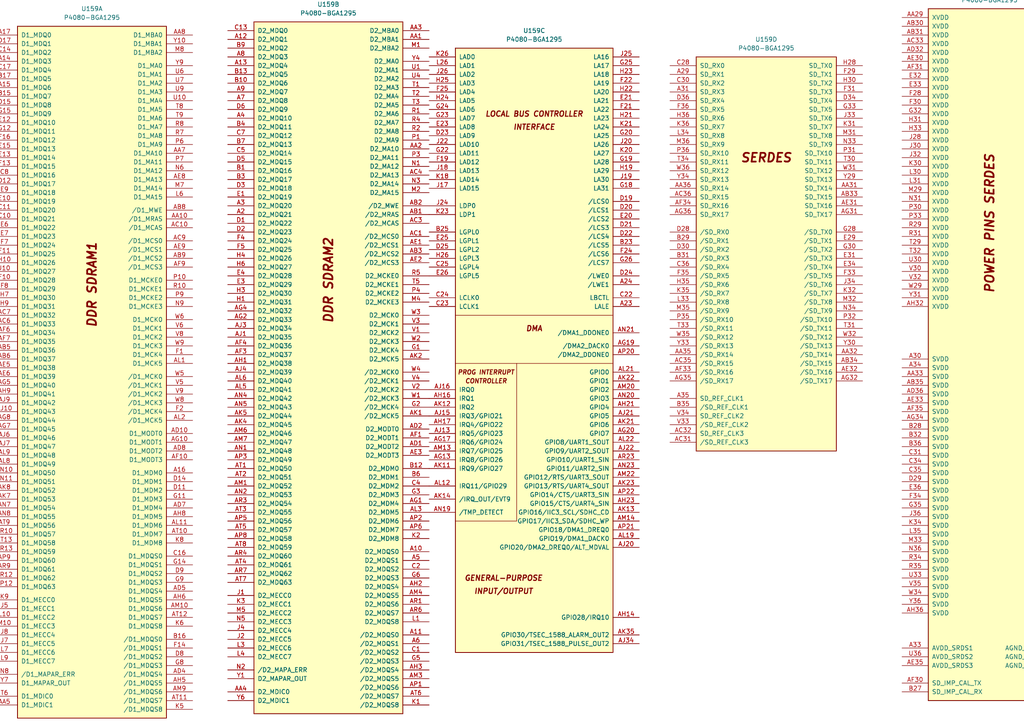
<source format=kicad_sch>
(kicad_sch (version 20250114) (generator "eeschema") (generator_version "9.0")
  (paper "A4")
  (lib_symbols
    (symbol "CPU:P4080-BGA1295" (pin_names (offset 1.016))
      (property "Reference" "U" (at 1.27 19.05 0))
      (property "Value" "P4080-BGA1295" (at 1.27 16.51 0))
      (symbol "P4080-BGA1295_1_1"
        (text "DDR SDRAM1" (at 1.27 26.67 900) (effects (font (size 2.54 2.54) (bold yes) (italic yes))))
        (pin bidirectional line (at -27.94 99.06 0) (length 7.62) (name "D1_MDQ0") (number "A17"))
        (pin bidirectional line (at -27.94 96.52 0) (length 7.62) (name "D1_MDQ1") (number "D17"))
        (pin bidirectional line (at -27.94 93.98 0) (length 7.62) (name "D1_MDQ2") (number "C14"))
        (pin bidirectional line (at -27.94 91.44 0) (length 7.62) (name "D1_MDQ3") (number "A14"))
        (pin bidirectional line (at -27.94 88.9 0) (length 7.62) (name "D1_MDQ4") (number "C17"))
        (pin bidirectional line (at -27.94 86.36 0) (length 7.62) (name "D1_MDQ5") (number "B17"))
        (pin bidirectional line (at -27.94 83.82 0) (length 7.62) (name "D1_MDQ6") (number "A15"))
        (pin bidirectional line (at -27.94 81.28 0) (length 7.62) (name "D1_MDQ7") (number "B15"))
        (pin bidirectional line (at -27.94 78.74 0) (length 7.62) (name "D1_MDQ8") (number "D15"))
        (pin bidirectional line (at -27.94 76.2 0) (length 7.62) (name "D1_MDQ9") (number "G15"))
        (pin bidirectional line (at -27.94 73.66 0) (length 7.62) (name "D1_MDQ10") (number "E12"))
        (pin bidirectional line (at -27.94 71.12 0) (length 7.62) (name "D1_MDQ11") (number "G12"))
        (pin bidirectional line (at -27.94 68.58 0) (length 7.62) (name "D1_MDQ12") (number "F16"))
        (pin bidirectional line (at -27.94 66.04 0) (length 7.62) (name "D1_MDQ13") (number "E15"))
        (pin bidirectional line (at -27.94 63.5 0) (length 7.62) (name "D1_MDQ14") (number "E13"))
        (pin bidirectional line (at -27.94 60.96 0) (length 7.62) (name "D1_MDQ15") (number "F13"))
        (pin bidirectional line (at -27.94 58.42 0) (length 7.62) (name "D1_MDQ16") (number "C8"))
        (pin bidirectional line (at -27.94 55.88 0) (length 7.62) (name "D1_MDQ17") (number "D12"))
        (pin bidirectional line (at -27.94 53.34 0) (length 7.62) (name "D1_MDQ18") (number "E9"))
        (pin bidirectional line (at -27.94 50.8 0) (length 7.62) (name "D1_MDQ19") (number "E10"))
        (pin bidirectional line (at -27.94 48.26 0) (length 7.62) (name "D1_MDQ20") (number "C11"))
        (pin bidirectional line (at -27.94 45.72 0) (length 7.62) (name "D1_MDQ21") (number "C10"))
        (pin bidirectional line (at -27.94 43.18 0) (length 7.62) (name "D1_MDQ22") (number "E6"))
        (pin bidirectional line (at -27.94 40.64 0) (length 7.62) (name "D1_MDQ23") (number "E7"))
        (pin bidirectional line (at -27.94 38.1 0) (length 7.62) (name "D1_MDQ24") (number "F7"))
        (pin bidirectional line (at -27.94 35.56 0) (length 7.62) (name "D1_MDQ25") (number "F11"))
        (pin bidirectional line (at -27.94 33.02 0) (length 7.62) (name "D1_MDQ26") (number "H10"))
        (pin bidirectional line (at -27.94 30.48 0) (length 7.62) (name "D1_MDQ27") (number "J10"))
        (pin bidirectional line (at -27.94 27.94 0) (length 7.62) (name "D1_MDQ28") (number "F10"))
        (pin bidirectional line (at -27.94 25.4 0) (length 7.62) (name "D1_MDQ29") (number "F8"))
        (pin bidirectional line (at -27.94 22.86 0) (length 7.62) (name "D1_MDQ30") (number "H7"))
        (pin bidirectional line (at -27.94 20.32 0) (length 7.62) (name "D1_MDQ31") (number "H9"))
        (pin bidirectional line (at -27.94 17.78 0) (length 7.62) (name "D1_MDQ32") (number "AC7"))
        (pin bidirectional line (at -27.94 15.24 0) (length 7.62) (name "D1_MDQ33") (number "AC6"))
        (pin bidirectional line (at -27.94 12.7 0) (length 7.62) (name "D1_MDQ34") (number "AF6"))
        (pin bidirectional line (at -27.94 10.16 0) (length 7.62) (name "D1_MDQ35") (number "AF7"))
        (pin bidirectional line (at -27.94 7.62 0) (length 7.62) (name "D1_MDQ36") (number "AB5"))
        (pin bidirectional line (at -27.94 5.08 0) (length 7.62) (name "D1_MDQ37") (number "AB6"))
        (pin bidirectional line (at -27.94 2.54 0) (length 7.62) (name "D1_MDQ38") (number "AE5"))
        (pin bidirectional line (at -27.94 0 0) (length 7.62) (name "D1_MDQ39") (number "AE6"))
        (pin bidirectional line (at -27.94 -2.54 0) (length 7.62) (name "D1_MDQ40") (number "AG5"))
        (pin bidirectional line (at -27.94 -5.08 0) (length 7.62) (name "D1_MDQ41") (number "AH9"))
        (pin bidirectional line (at -27.94 -7.62 0) (length 7.62) (name "D1_MDQ42") (number "AJ9"))
        (pin bidirectional line (at -27.94 -10.16 0) (length 7.62) (name "D1_MDQ43") (number "AJ10"))
        (pin bidirectional line (at -27.94 -12.7 0) (length 7.62) (name "D1_MDQ44") (number "AG8"))
        (pin bidirectional line (at -27.94 -15.24 0) (length 7.62) (name "D1_MDQ45") (number "AG7"))
        (pin bidirectional line (at -27.94 -17.78 0) (length 7.62) (name "D1_MDQ46") (number "AJ6"))
        (pin bidirectional line (at -27.94 -20.32 0) (length 7.62) (name "D1_MDQ47") (number "AJ7"))
        (pin bidirectional line (at -27.94 -22.86 0) (length 7.62) (name "D1_MDQ48") (number "AL9"))
        (pin bidirectional line (at -27.94 -25.4 0) (length 7.62) (name "D1_MDQ49") (number "AL8"))
        (pin bidirectional line (at -27.94 -27.94 0) (length 7.62) (name "D1_MDQ50") (number "AN10"))
        (pin bidirectional line (at -27.94 -30.48 0) (length 7.62) (name "D1_MDQ51") (number "AN11"))
        (pin bidirectional line (at -27.94 -33.02 0) (length 7.62) (name "D1_MDQ52") (number "AK8"))
        (pin bidirectional line (at -27.94 -35.56 0) (length 7.62) (name "D1_MDQ53") (number "AK7"))
        (pin bidirectional line (at -27.94 -38.1 0) (length 7.62) (name "D1_MDQ54") (number "AN7"))
        (pin bidirectional line (at -27.94 -40.64 0) (length 7.62) (name "D1_MDQ55") (number "AN8"))
        (pin bidirectional line (at -27.94 -43.18 0) (length 7.62) (name "D1_MDQ56") (number "AT9"))
        (pin bidirectional line (at -27.94 -45.72 0) (length 7.62) (name "D1_MDQ57") (number "AR10"))
        (pin bidirectional line (at -27.94 -48.26 0) (length 7.62) (name "D1_MDQ58") (number "AT13"))
        (pin bidirectional line (at -27.94 -50.8 0) (length 7.62) (name "D1_MDQ59") (number "AR13"))
        (pin bidirectional line (at -27.94 -53.34 0) (length 7.62) (name "D1_MDQ60") (number "AP9"))
        (pin bidirectional line (at -27.94 -55.88 0) (length 7.62) (name "D1_MDQ61") (number "AR9"))
        (pin bidirectional line (at -27.94 -58.42 0) (length 7.62) (name "D1_MDQ62") (number "AR12"))
        (pin bidirectional line (at -27.94 -60.96 0) (length 7.62) (name "D1_MDQ63") (number "AP12"))
        (pin bidirectional line (at -27.94 -64.77 0) (length 7.62) (name "D1_MECC0") (number "K9"))
        (pin bidirectional line (at -27.94 -67.31 0) (length 7.62) (name "D1_MECC1") (number "J5"))
        (pin bidirectional line (at -27.94 -69.85 0) (length 7.62) (name "D1_MECC2") (number "L10"))
        (pin bidirectional line (at -27.94 -72.39 0) (length 7.62) (name "D1_MECC3") (number "M10"))
        (pin bidirectional line (at -27.94 -74.93 0) (length 7.62) (name "D1_MECC4") (number "J8"))
        (pin bidirectional line (at -27.94 -77.47 0) (length 7.62) (name "D1_MECC5") (number "J7"))
        (pin bidirectional line (at -27.94 -80.01 0) (length 7.62) (name "D1_MECC6") (number "L7"))
        (pin bidirectional line (at -27.94 -82.55 0) (length 7.62) (name "D1_MECC7") (number "L9"))
        (pin input line (at -27.94 -86.36 0) (length 7.62) (name "/D1_MAPAR_ERR") (number "N8"))
        (pin output line (at -27.94 -88.9 0) (length 7.62) (name "D1_MAPAR_OUT") (number "Y7"))
        (pin bidirectional line (at -27.94 -92.71 0) (length 7.62) (name "D1_MDIC0") (number "T6"))
        (pin bidirectional line (at -27.94 -95.25 0) (length 7.62) (name "D1_MDIC1") (number "AA5"))
        (pin output line (at 30.48 99.06 180) (length 7.62) (name "D1_MBA0") (number "AA8"))
        (pin output line (at 30.48 96.52 180) (length 7.62) (name "D1_MBA1") (number "Y10"))
        (pin output line (at 30.48 93.98 180) (length 7.62) (name "D1_MBA2") (number "M8"))
        (pin output line (at 30.48 90.17 180) (length 7.62) (name "D1_MA0") (number "Y9"))
        (pin output line (at 30.48 87.63 180) (length 7.62) (name "D1_MA1") (number "U6"))
        (pin output line (at 30.48 85.09 180) (length 7.62) (name "D1_MA2") (number "U7"))
        (pin output line (at 30.48 82.55 180) (length 7.62) (name "D1_MA3") (number "U9"))
        (pin output line (at 30.48 80.01 180) (length 7.62) (name "D1_MA4") (number "U10"))
        (pin output line (at 30.48 77.47 180) (length 7.62) (name "D1_MA5") (number "T8"))
        (pin output line (at 30.48 74.93 180) (length 7.62) (name "D1_MA6") (number "T9"))
        (pin output line (at 30.48 72.39 180) (length 7.62) (name "D1_MA7") (number "R8"))
        (pin output line (at 30.48 69.85 180) (length 7.62) (name "D1_MA8") (number "R7"))
        (pin output line (at 30.48 67.31 180) (length 7.62) (name "D1_MA9") (number "P6"))
        (pin output line (at 30.48 64.77 180) (length 7.62) (name "D1_MA10") (number "AA7"))
        (pin output line (at 30.48 62.23 180) (length 7.62) (name "D1_MA11") (number "P7"))
        (pin output line (at 30.48 59.69 180) (length 7.62) (name "D1_MA12") (number "N6"))
        (pin output line (at 30.48 57.15 180) (length 7.62) (name "D1_MA13") (number "AE8"))
        (pin output line (at 30.48 54.61 180) (length 7.62) (name "D1_MA14") (number "M7"))
        (pin output line (at 30.48 52.07 180) (length 7.62) (name "D1_MA15") (number "L6"))
        (pin output line (at 30.48 48.26 180) (length 7.62) (name "/D1_MWE") (number "AB8"))
        (pin output line (at 30.48 45.72 180) (length 7.62) (name "/D1_MRAS") (number "AA10"))
        (pin output line (at 30.48 43.18 180) (length 7.62) (name "/D1_MCAS") (number "AC10"))
        (pin output line (at 30.48 39.37 180) (length 7.62) (name "/D1_MCS0") (number "AC9"))
        (pin output line (at 30.48 36.83 180) (length 7.62) (name "/D1_MCS1") (number "AE9"))
        (pin output line (at 30.48 34.29 180) (length 7.62) (name "/D1_MCS2") (number "AB9"))
        (pin output line (at 30.48 31.75 180) (length 7.62) (name "/D1_MCS3") (number "AF9"))
        (pin output line (at 30.48 27.94 180) (length 7.62) (name "D1_MCKE0") (number "P10"))
        (pin output line (at 30.48 25.4 180) (length 7.62) (name "D1_MCKE1") (number "R10"))
        (pin output line (at 30.48 22.86 180) (length 7.62) (name "D1_MCKE2") (number "P9"))
        (pin output line (at 30.48 20.32 180) (length 7.62) (name "D1_MCKE3") (number "N9"))
        (pin output line (at 30.48 16.51 180) (length 7.62) (name "D1_MCK0") (number "W6"))
        (pin output line (at 30.48 13.97 180) (length 7.62) (name "D1_MCK1") (number "V6"))
        (pin output line (at 30.48 11.43 180) (length 7.62) (name "D1_MCK2") (number "V8"))
        (pin output line (at 30.48 8.89 180) (length 7.62) (name "D1_MCK3") (number "W9"))
        (pin output line (at 30.48 6.35 180) (length 7.62) (name "D1_MCK4") (number "F1"))
        (pin output line (at 30.48 3.81 180) (length 7.62) (name "D1_MCK5") (number "AL1"))
        (pin output line (at 30.48 0 180) (length 7.62) (name "/D1_MCK0") (number "W5"))
        (pin output line (at 30.48 -2.54 180) (length 7.62) (name "/D1_MCK1") (number "V5"))
        (pin output line (at 30.48 -5.08 180) (length 7.62) (name "/D1_MCK2") (number "V9"))
        (pin output line (at 30.48 -7.62 180) (length 7.62) (name "/D1_MCK3") (number "W8"))
        (pin output line (at 30.48 -10.16 180) (length 7.62) (name "/D1_MCK4") (number "F2"))
        (pin output line (at 30.48 -12.7 180) (length 7.62) (name "/D1_MCK5") (number "AL2"))
        (pin output line (at 30.48 -16.51 180) (length 7.62) (name "D1_MODT0") (number "AD10"))
        (pin output line (at 30.48 -19.05 180) (length 7.62) (name "D1_MODT1") (number "AG10"))
        (pin output line (at 30.48 -21.59 180) (length 7.62) (name "D1_MODT2") (number "AD8"))
        (pin output line (at 30.48 -24.13 180) (length 7.62) (name "D1_MODT3") (number "AF10"))
        (pin output line (at 30.48 -27.94 180) (length 7.62) (name "D1_MDM0") (number "A16"))
        (pin output line (at 30.48 -30.48 180) (length 7.62) (name "D1_MDM1") (number "D14"))
        (pin output line (at 30.48 -33.02 180) (length 7.62) (name "D1_MDM2") (number "D11"))
        (pin output line (at 30.48 -35.56 180) (length 7.62) (name "D1_MDM3") (number "G11"))
        (pin output line (at 30.48 -38.1 180) (length 7.62) (name "D1_MDM4") (number "AD7"))
        (pin output line (at 30.48 -40.64 180) (length 7.62) (name "D1_MDM5") (number "AH8"))
        (pin output line (at 30.48 -43.18 180) (length 7.62) (name "D1_MDM6") (number "AL11"))
        (pin output line (at 30.48 -45.72 180) (length 7.62) (name "D1_MDM7") (number "AT10"))
        (pin output line (at 30.48 -48.26 180) (length 7.62) (name "D1_MDM8") (number "K8"))
        (pin bidirectional line (at 30.48 -52.07 180) (length 7.62) (name "D1_MDQS0") (number "C16"))
        (pin bidirectional line (at 30.48 -54.61 180) (length 7.62) (name "D1_MDQS1") (number "G14"))
        (pin bidirectional line (at 30.48 -57.15 180) (length 7.62) (name "D1_MDQS2") (number "D9"))
        (pin bidirectional line (at 30.48 -59.69 180) (length 7.62) (name "D1_MDQS3") (number "G9"))
        (pin bidirectional line (at 30.48 -62.23 180) (length 7.62) (name "D1_MDQS4") (number "AD5"))
        (pin bidirectional line (at 30.48 -64.77 180) (length 7.62) (name "D1_MDQS5") (number "AH6"))
        (pin bidirectional line (at 30.48 -67.31 180) (length 7.62) (name "D1_MDQS6") (number "AM10"))
        (pin bidirectional line (at 30.48 -69.85 180) (length 7.62) (name "D1_MDQS7") (number "AT12"))
        (pin bidirectional line (at 30.48 -72.39 180) (length 7.62) (name "D1_MDQS8") (number "K6"))
        (pin bidirectional line (at 30.48 -76.2 180) (length 7.62) (name "/D1_MDQS0") (number "B16"))
        (pin bidirectional line (at 30.48 -78.74 180) (length 7.62) (name "/D1_MDQS1") (number "F14"))
        (pin bidirectional line (at 30.48 -81.28 180) (length 7.62) (name "/D1_MDQS2") (number "D8"))
        (pin bidirectional line (at 30.48 -83.82 180) (length 7.62) (name "/D1_MDQS3") (number "G8"))
        (pin bidirectional line (at 30.48 -86.36 180) (length 7.62) (name "/D1_MDQS4") (number "AD4"))
        (pin bidirectional line (at 30.48 -88.9 180) (length 7.62) (name "/D1_MDQS5") (number "AH5"))
        (pin bidirectional line (at 30.48 -91.44 180) (length 7.62) (name "/D1_MDQS6") (number "AM9"))
        (pin bidirectional line (at 30.48 -93.98 180) (length 7.62) (name "/D1_MDQS7") (number "AT11"))
        (pin bidirectional line (at 30.48 -96.52 180) (length 7.62) (name "/D1_MDQS8") (number "K5"))
      )
      (symbol "P4080-BGA1295_2_1"
        (text "DDR SDRAM2" (at 1.27 26.67 900) (effects (font (size 2.54 2.54) (bold yes) (italic yes))))
        (pin bidirectional line (at -27.94 99.06 0) (length 7.62) (name "D2_MDQ0") (number "C13"))
        (pin bidirectional line (at -27.94 96.52 0) (length 7.62) (name "D2_MDQ1") (number "A12"))
        (pin bidirectional line (at -27.94 93.98 0) (length 7.62) (name "D2_MDQ2") (number "B9"))
        (pin bidirectional line (at -27.94 91.44 0) (length 7.62) (name "D2_MDQ3") (number "A8"))
        (pin bidirectional line (at -27.94 88.9 0) (length 7.62) (name "D2_MDQ4") (number "A13"))
        (pin bidirectional line (at -27.94 86.36 0) (length 7.62) (name "D2_MDQ5") (number "B13"))
        (pin bidirectional line (at -27.94 83.82 0) (length 7.62) (name "D2_MDQ6") (number "B10"))
        (pin bidirectional line (at -27.94 81.28 0) (length 7.62) (name "D2_MDQ7") (number "A9"))
        (pin bidirectional line (at -27.94 78.74 0) (length 7.62) (name "D2_MDQ8") (number "A7"))
        (pin bidirectional line (at -27.94 76.2 0) (length 7.62) (name "D2_MDQ9") (number "D6"))
        (pin bidirectional line (at -27.94 73.66 0) (length 7.62) (name "D2_MDQ10") (number "A4"))
        (pin bidirectional line (at -27.94 71.12 0) (length 7.62) (name "D2_MDQ11") (number "B4"))
        (pin bidirectional line (at -27.94 68.58 0) (length 7.62) (name "D2_MDQ12") (number "C7"))
        (pin bidirectional line (at -27.94 66.04 0) (length 7.62) (name "D2_MDQ13") (number "B7"))
        (pin bidirectional line (at -27.94 63.5 0) (length 7.62) (name "D2_MDQ14") (number "C5"))
        (pin bidirectional line (at -27.94 60.96 0) (length 7.62) (name "D2_MDQ15") (number "D5"))
        (pin bidirectional line (at -27.94 58.42 0) (length 7.62) (name "D2_MDQ16") (number "B1"))
        (pin bidirectional line (at -27.94 55.88 0) (length 7.62) (name "D2_MDQ17") (number "B3"))
        (pin bidirectional line (at -27.94 53.34 0) (length 7.62) (name "D2_MDQ18") (number "D3"))
        (pin bidirectional line (at -27.94 50.8 0) (length 7.62) (name "D2_MDQ19") (number "E1"))
        (pin bidirectional line (at -27.94 48.26 0) (length 7.62) (name "D2_MDQ20") (number "A3"))
        (pin bidirectional line (at -27.94 45.72 0) (length 7.62) (name "D2_MDQ21") (number "A2"))
        (pin bidirectional line (at -27.94 43.18 0) (length 7.62) (name "D2_MDQ22") (number "D1"))
        (pin bidirectional line (at -27.94 40.64 0) (length 7.62) (name "D2_MDQ23") (number "D2"))
        (pin bidirectional line (at -27.94 38.1 0) (length 7.62) (name "D2_MDQ24") (number "F4"))
        (pin bidirectional line (at -27.94 35.56 0) (length 7.62) (name "D2_MDQ25") (number "F5"))
        (pin bidirectional line (at -27.94 33.02 0) (length 7.62) (name "D2_MDQ26") (number "H4"))
        (pin bidirectional line (at -27.94 30.48 0) (length 7.62) (name "D2_MDQ27") (number "H6"))
        (pin bidirectional line (at -27.94 27.94 0) (length 7.62) (name "D2_MDQ28") (number "E4"))
        (pin bidirectional line (at -27.94 25.4 0) (length 7.62) (name "D2_MDQ29") (number "E3"))
        (pin bidirectional line (at -27.94 22.86 0) (length 7.62) (name "D2_MDQ30") (number "H3"))
        (pin bidirectional line (at -27.94 20.32 0) (length 7.62) (name "D2_MDQ31") (number "H1"))
        (pin bidirectional line (at -27.94 17.78 0) (length 7.62) (name "D2_MDQ32") (number "AG4"))
        (pin bidirectional line (at -27.94 15.24 0) (length 7.62) (name "D2_MDQ33") (number "AG2"))
        (pin bidirectional line (at -27.94 12.7 0) (length 7.62) (name "D2_MDQ34") (number "AJ3"))
        (pin bidirectional line (at -27.94 10.16 0) (length 7.62) (name "D2_MDQ35") (number "AJ1"))
        (pin bidirectional line (at -27.94 7.62 0) (length 7.62) (name "D2_MDQ36") (number "AF4"))
        (pin bidirectional line (at -27.94 5.08 0) (length 7.62) (name "D2_MDQ37") (number "AF3"))
        (pin bidirectional line (at -27.94 2.54 0) (length 7.62) (name "D2_MDQ38") (number "AH1"))
        (pin bidirectional line (at -27.94 0 0) (length 7.62) (name "D2_MDQ39") (number "AJ4"))
        (pin bidirectional line (at -27.94 -2.54 0) (length 7.62) (name "D2_MDQ40") (number "AL6"))
        (pin bidirectional line (at -27.94 -5.08 0) (length 7.62) (name "D2_MDQ41") (number "AL5"))
        (pin bidirectional line (at -27.94 -7.62 0) (length 7.62) (name "D2_MDQ42") (number "AN4"))
        (pin bidirectional line (at -27.94 -10.16 0) (length 7.62) (name "D2_MDQ43") (number "AN5"))
        (pin bidirectional line (at -27.94 -12.7 0) (length 7.62) (name "D2_MDQ44") (number "AK5"))
        (pin bidirectional line (at -27.94 -15.24 0) (length 7.62) (name "D2_MDQ45") (number "AK4"))
        (pin bidirectional line (at -27.94 -17.78 0) (length 7.62) (name "D2_MDQ46") (number "AM6"))
        (pin bidirectional line (at -27.94 -20.32 0) (length 7.62) (name "D2_MDQ47") (number "AM7"))
        (pin bidirectional line (at -27.94 -22.86 0) (length 7.62) (name "D2_MDQ48") (number "AN1"))
        (pin bidirectional line (at -27.94 -25.4 0) (length 7.62) (name "D2_MDQ49") (number "AP3"))
        (pin bidirectional line (at -27.94 -27.94 0) (length 7.62) (name "D2_MDQ50") (number "AT1"))
        (pin bidirectional line (at -27.94 -30.48 0) (length 7.62) (name "D2_MDQ51") (number "AT2"))
        (pin bidirectional line (at -27.94 -33.02 0) (length 7.62) (name "D2_MDQ52") (number "AM1"))
        (pin bidirectional line (at -27.94 -35.56 0) (length 7.62) (name "D2_MDQ53") (number "AN2"))
        (pin bidirectional line (at -27.94 -38.1 0) (length 7.62) (name "D2_MDQ54") (number "AR3"))
        (pin bidirectional line (at -27.94 -40.64 0) (length 7.62) (name "D2_MDQ55") (number "AT3"))
        (pin bidirectional line (at -27.94 -43.18 0) (length 7.62) (name "D2_MDQ56") (number "AP5"))
        (pin bidirectional line (at -27.94 -45.72 0) (length 7.62) (name "D2_MDQ57") (number "AT5"))
        (pin bidirectional line (at -27.94 -48.26 0) (length 7.62) (name "D2_MDQ58") (number "AP8"))
        (pin bidirectional line (at -27.94 -50.8 0) (length 7.62) (name "D2_MDQ59") (number "AT8"))
        (pin bidirectional line (at -27.94 -53.34 0) (length 7.62) (name "D2_MDQ60") (number "AR4"))
        (pin bidirectional line (at -27.94 -55.88 0) (length 7.62) (name "D2_MDQ61") (number "AT4"))
        (pin bidirectional line (at -27.94 -58.42 0) (length 7.62) (name "D2_MDQ62") (number "AR7"))
        (pin bidirectional line (at -27.94 -60.96 0) (length 7.62) (name "D2_MDQ63") (number "AT7"))
        (pin bidirectional line (at -27.94 -64.77 0) (length 7.62) (name "D2_MECC0") (number "J1"))
        (pin bidirectional line (at -27.94 -67.31 0) (length 7.62) (name "D2_MECC1") (number "K3"))
        (pin bidirectional line (at -27.94 -69.85 0) (length 7.62) (name "D2_MECC2") (number "M5"))
        (pin bidirectional line (at -27.94 -72.39 0) (length 7.62) (name "D2_MECC3") (number "N5"))
        (pin bidirectional line (at -27.94 -74.93 0) (length 7.62) (name "D2_MECC4") (number "J4"))
        (pin bidirectional line (at -27.94 -77.47 0) (length 7.62) (name "D2_MECC5") (number "J2"))
        (pin bidirectional line (at -27.94 -80.01 0) (length 7.62) (name "D2_MECC6") (number "L3"))
        (pin bidirectional line (at -27.94 -82.55 0) (length 7.62) (name "D2_MECC7") (number "L4"))
        (pin input line (at -27.94 -86.36 0) (length 7.62) (name "/D2_MAPA_ERR") (number "N2"))
        (pin output line (at -27.94 -88.9 0) (length 7.62) (name "D2_MAPAR_OUT") (number "Y1"))
        (pin bidirectional line (at -27.94 -92.71 0) (length 7.62) (name "D2_MDIC0") (number "AA4"))
        (pin bidirectional line (at -27.94 -95.25 0) (length 7.62) (name "D2_MDIC1") (number "Y6"))
        (pin output line (at 30.48 99.06 180) (length 7.62) (name "D2_MBA0") (number "AA3"))
        (pin output line (at 30.48 96.52 180) (length 7.62) (name "D2_MBA1") (number "AA1"))
        (pin output line (at 30.48 93.98 180) (length 7.62) (name "D2_MBA2") (number "M1"))
        (pin output line (at 30.48 90.17 180) (length 7.62) (name "D2_MA0") (number "Y4"))
        (pin output line (at 30.48 87.63 180) (length 7.62) (name "D2_MA1") (number "U1"))
        (pin output line (at 30.48 85.09 180) (length 7.62) (name "D2_MA2") (number "U4"))
        (pin output line (at 30.48 82.55 180) (length 7.62) (name "D2_MA3") (number "T1"))
        (pin output line (at 30.48 80.01 180) (length 7.62) (name "D2_MA4") (number "T2"))
        (pin output line (at 30.48 77.47 180) (length 7.62) (name "D2_MA5") (number "T3"))
        (pin output line (at 30.48 74.93 180) (length 7.62) (name "D2_MA6") (number "R1"))
        (pin output line (at 30.48 72.39 180) (length 7.62) (name "D2_MA7") (number "R4"))
        (pin output line (at 30.48 69.85 180) (length 7.62) (name "D2_MA8") (number "R2"))
        (pin output line (at 30.48 67.31 180) (length 7.62) (name "D2_MA9") (number "P1"))
        (pin output line (at 30.48 64.77 180) (length 7.62) (name "D2_MA10") (number "AA2"))
        (pin output line (at 30.48 62.23 180) (length 7.62) (name "D2_MA11") (number "P3"))
        (pin output line (at 30.48 59.69 180) (length 7.62) (name "D2_MA12") (number "N1"))
        (pin output line (at 30.48 57.15 180) (length 7.62) (name "D2_MA13") (number "AC4"))
        (pin output line (at 30.48 54.61 180) (length 7.62) (name "D2_MA14") (number "N3"))
        (pin output line (at 30.48 52.07 180) (length 7.62) (name "D2_MA15") (number "M2"))
        (pin output line (at 30.48 48.26 180) (length 7.62) (name "/D2_MWE") (number "AB2"))
        (pin output line (at 30.48 45.72 180) (length 7.62) (name "/D2_MRAS") (number "AB1"))
        (pin output line (at 30.48 43.18 180) (length 7.62) (name "/D2_MCAS") (number "AC3"))
        (pin output line (at 30.48 39.37 180) (length 7.62) (name "/D2_MCS0") (number "AC1"))
        (pin output line (at 30.48 36.83 180) (length 7.62) (name "/D2_MCS1") (number "AE1"))
        (pin output line (at 30.48 34.29 180) (length 7.62) (name "/D2_MCS2") (number "AB3"))
        (pin output line (at 30.48 31.75 180) (length 7.62) (name "/D2_MCS3") (number "AE2"))
        (pin output line (at 30.48 27.94 180) (length 7.62) (name "D2_MCKE0") (number "R5"))
        (pin output line (at 30.48 25.4 180) (length 7.62) (name "D2_MCKE1") (number "T5"))
        (pin output line (at 30.48 22.86 180) (length 7.62) (name "D2_MCKE2") (number "P4"))
        (pin output line (at 30.48 20.32 180) (length 7.62) (name "D2_MCKE3") (number "M4"))
        (pin output line (at 30.48 16.51 180) (length 7.62) (name "D2_MCK0") (number "W3"))
        (pin output line (at 30.48 13.97 180) (length 7.62) (name "D2_MCK1") (number "V3"))
        (pin output line (at 30.48 11.43 180) (length 7.62) (name "D2_MCK2") (number "V1"))
        (pin output line (at 30.48 8.89 180) (length 7.62) (name "D2_MCK3") (number "W2"))
        (pin output line (at 30.48 6.35 180) (length 7.62) (name "D2_MCK4") (number "G1"))
        (pin output line (at 30.48 3.81 180) (length 7.62) (name "D2_MCK5") (number "AK2"))
        (pin output line (at 30.48 0 180) (length 7.62) (name "/D2_MCK0") (number "W4"))
        (pin output line (at 30.48 -2.54 180) (length 7.62) (name "/D2_MCK1") (number "V4"))
        (pin output line (at 30.48 -5.08 180) (length 7.62) (name "/D2_MCK2") (number "V2"))
        (pin output line (at 30.48 -7.62 180) (length 7.62) (name "/D2_MCK3") (number "W1"))
        (pin output line (at 30.48 -10.16 180) (length 7.62) (name "/D2_MCK4") (number "G2"))
        (pin output line (at 30.48 -12.7 180) (length 7.62) (name "/D2_MCK5") (number "AK1"))
        (pin output line (at 30.48 -16.51 180) (length 7.62) (name "D2_MODT0") (number "AD2"))
        (pin output line (at 30.48 -19.05 180) (length 7.62) (name "D2_MODT1") (number "AF1"))
        (pin output line (at 30.48 -21.59 180) (length 7.62) (name "D2_MODT2") (number "AD1"))
        (pin output line (at 30.48 -24.13 180) (length 7.62) (name "D2_MODT3") (number "AE3"))
        (pin output line (at 30.48 -27.94 180) (length 7.62) (name "D2_MDM0") (number "B12"))
        (pin output line (at 30.48 -30.48 180) (length 7.62) (name "D2_MDM1") (number "B6"))
        (pin output line (at 30.48 -33.02 180) (length 7.62) (name "D2_MDM2") (number "C4"))
        (pin output line (at 30.48 -35.56 180) (length 7.62) (name "D2_MDM3") (number "G3"))
        (pin output line (at 30.48 -38.1 180) (length 7.62) (name "D2_MDM4") (number "AG1"))
        (pin output line (at 30.48 -40.64 180) (length 7.62) (name "D2_MDM5") (number "AL3"))
        (pin output line (at 30.48 -43.18 180) (length 7.62) (name "D2_MDM6") (number "AP2"))
        (pin output line (at 30.48 -45.72 180) (length 7.62) (name "D2_MDM7") (number "AP6"))
        (pin output line (at 30.48 -48.26 180) (length 7.62) (name "D2_MDM8") (number "K2"))
        (pin bidirectional line (at 30.48 -52.07 180) (length 7.62) (name "D2_MDQS0") (number "A10"))
        (pin bidirectional line (at 30.48 -54.61 180) (length 7.62) (name "D2_MDQS1") (number "A5"))
        (pin bidirectional line (at 30.48 -57.15 180) (length 7.62) (name "D2_MDQS2") (number "C2"))
        (pin bidirectional line (at 30.48 -59.69 180) (length 7.62) (name "D2_MDQS3") (number "G6"))
        (pin bidirectional line (at 30.48 -62.23 180) (length 7.62) (name "D2_MDQS4") (number "AH2"))
        (pin bidirectional line (at 30.48 -64.77 180) (length 7.62) (name "D2_MDQS5") (number "AM4"))
        (pin bidirectional line (at 30.48 -67.31 180) (length 7.62) (name "D2_MDQS6") (number "AR1"))
        (pin bidirectional line (at 30.48 -69.85 180) (length 7.62) (name "D2_MDQS7") (number "AR6"))
        (pin bidirectional line (at 30.48 -72.39 180) (length 7.62) (name "D2_MDQS8") (number "L1"))
        (pin bidirectional line (at 30.48 -76.2 180) (length 7.62) (name "/D2_MDQS0") (number "A11"))
        (pin bidirectional line (at 30.48 -78.74 180) (length 7.62) (name "/D2_MDQS1") (number "A6"))
        (pin bidirectional line (at 30.48 -81.28 180) (length 7.62) (name "/D2_MDQS2") (number "C1"))
        (pin bidirectional line (at 30.48 -83.82 180) (length 7.62) (name "/D2_MDQS3") (number "G5"))
        (pin bidirectional line (at 30.48 -86.36 180) (length 7.62) (name "/D2_MDQS4") (number "AH3"))
        (pin bidirectional line (at 30.48 -88.9 180) (length 7.62) (name "/D2_MDQS5") (number "AM3"))
        (pin bidirectional line (at 30.48 -91.44 180) (length 7.62) (name "/D2_MDQS6") (number "AP1"))
        (pin bidirectional line (at 30.48 -93.98 180) (length 7.62) (name "/D2_MDQS7") (number "AT6"))
        (pin bidirectional line (at 30.48 -96.52 180) (length 7.62) (name "/D2_MDQS8") (number "K1"))
      )
      (symbol "P4080-BGA1295_3_1"
        (text "PROG INTERRUPT" (at -13.97 -5.08 0) (effects (font (size 1.27 1.27) (bold yes) (italic yes))))
        (text "CONTROLLER" (at -13.97 -7.62 0) (effects (font (size 1.27 1.27) (bold yes) (italic yes))))
        (text "GENERAL-PURPOSE" (at -8.89 -64.77 0) (effects (font (size 1.524 1.524) (bold yes) (italic yes))))
        (text "INPUT/OUTPUT" (at -8.89 -68.58 0) (effects (font (size 1.524 1.524) (bold yes) (italic yes))))
        (text "LOCAL BUS CONTROLLER" (at 0 69.85 0) (effects (font (size 1.524 1.524) (bold yes) (italic yes))))
        (text "INTERFACE" (at 0 66.04 0) (effects (font (size 1.524 1.524) (bold yes) (italic yes))))
        (text "DMA" (at 0 7.62 0) (effects (font (size 1.524 1.524) (bold yes) (italic yes))))
        (pin bidirectional line (at -30.48 86.36 0) (length 7.62) (name "LAD0") (number "K26"))
        (pin bidirectional line (at -30.48 83.82 0) (length 7.62) (name "LAD1") (number "L26"))
        (pin bidirectional line (at -30.48 81.28 0) (length 7.62) (name "LAD2") (number "J26"))
        (pin bidirectional line (at -30.48 78.74 0) (length 7.62) (name "LAD3") (number "H25"))
        (pin bidirectional line (at -30.48 76.2 0) (length 7.62) (name "LAD4") (number "F25"))
        (pin bidirectional line (at -30.48 73.66 0) (length 7.62) (name "LAD5") (number "H24"))
        (pin bidirectional line (at -30.48 71.12 0) (length 7.62) (name "LAD6") (number "G24"))
        (pin bidirectional line (at -30.48 68.58 0) (length 7.62) (name "LAD7") (number "G23"))
        (pin bidirectional line (at -30.48 66.04 0) (length 7.62) (name "LAD8") (number "E23"))
        (pin bidirectional line (at -30.48 63.5 0) (length 7.62) (name "LAD9") (number "D23"))
        (pin bidirectional line (at -30.48 60.96 0) (length 7.62) (name "LAD10") (number "J22"))
        (pin bidirectional line (at -30.48 58.42 0) (length 7.62) (name "LAD11") (number "G22"))
        (pin bidirectional line (at -30.48 55.88 0) (length 7.62) (name "LAD12") (number "F19"))
        (pin bidirectional line (at -30.48 53.34 0) (length 7.62) (name "LAD13") (number "J18"))
        (pin bidirectional line (at -30.48 50.8 0) (length 7.62) (name "LAD14") (number "K18"))
        (pin bidirectional line (at -30.48 48.26 0) (length 7.62) (name "LAD15") (number "J17"))
        (pin bidirectional line (at -30.48 43.18 0) (length 7.62) (name "LDP0") (number "J24"))
        (pin bidirectional line (at -30.48 40.64 0) (length 7.62) (name "LDP1") (number "K23"))
        (pin output line (at -30.48 35.56 0) (length 7.62) (name "LGPL0") (number "B25"))
        (pin output line (at -30.48 33.02 0) (length 7.62) (name "LGPL1") (number "E25"))
        (pin output line (at -30.48 30.48 0) (length 7.62) (name "LGPL2") (number "D25"))
        (pin output line (at -30.48 27.94 0) (length 7.62) (name "LGPL3") (number "H26"))
        (pin bidirectional line (at -30.48 25.4 0) (length 7.62) (name "LGPL4") (number "C25"))
        (pin output line (at -30.48 22.86 0) (length 7.62) (name "LGPL5") (number "E26"))
        (pin output line (at -30.48 16.51 0) (length 7.62) (name "LCLK0") (number "C24"))
        (pin output line (at -30.48 13.97 0) (length 7.62) (name "LCLK1") (number "C23"))
        (pin input line (at -30.48 -10.16 0) (length 7.62) (name "IRQ0") (number "AJ16"))
        (pin input line (at -30.48 -12.7 0) (length 7.62) (name "IRQ1") (number "AH16"))
        (pin input line (at -30.48 -15.24 0) (length 7.62) (name "IRQ2") (number "AK12"))
        (pin input line (at -30.48 -17.78 0) (length 7.62) (name "IRQ3/GPIO21") (number "AJ15"))
        (pin input line (at -30.48 -20.32 0) (length 7.62) (name "IRQ4/GPIO22") (number "AH17"))
        (pin input line (at -30.48 -22.86 0) (length 7.62) (name "IRQ5/GPIO23") (number "AJ13"))
        (pin input line (at -30.48 -25.4 0) (length 7.62) (name "IRQ6/GPIO24") (number "AG17"))
        (pin input line (at -30.48 -27.94 0) (length 7.62) (name "IRQ7/GPIO25") (number "AM13"))
        (pin input line (at -30.48 -30.48 0) (length 7.62) (name "IRQ8/GPIO26") (number "AG13"))
        (pin input line (at -30.48 -33.02 0) (length 7.62) (name "IRQ9/GPIO27") (number "AK11"))
        (pin input line (at -30.48 -38.1 0) (length 7.62) (name "IRQ11/GPIO29") (number "AL12"))
        (pin output line (at -30.48 -41.91 0) (length 7.62) (name "/IRQ_OUT/EVT9") (number "AK14"))
        (pin input line (at -30.48 -45.72 0) (length 7.62) (name "/TMP_DETECT") (number "AN19"))
        (pin output line (at 30.48 86.36 180) (length 7.62) (name "LA16") (number "J25"))
        (pin output line (at 30.48 83.82 180) (length 7.62) (name "LA17") (number "G25"))
        (pin output line (at 30.48 81.28 180) (length 7.62) (name "LA18") (number "H23"))
        (pin output line (at 30.48 78.74 180) (length 7.62) (name "LA19") (number "F22"))
        (pin output line (at 30.48 76.2 180) (length 7.62) (name "LA20") (number "H22"))
        (pin output line (at 30.48 73.66 180) (length 7.62) (name "LA21") (number "E21"))
        (pin output line (at 30.48 71.12 180) (length 7.62) (name "LA22") (number "F21"))
        (pin output line (at 30.48 68.58 180) (length 7.62) (name "LA23") (number "H21"))
        (pin output line (at 30.48 66.04 180) (length 7.62) (name "LA24") (number "K21"))
        (pin output line (at 30.48 63.5 180) (length 7.62) (name "LA25") (number "G20"))
        (pin output line (at 30.48 60.96 180) (length 7.62) (name "LA26") (number "J20"))
        (pin output line (at 30.48 58.42 180) (length 7.62) (name "LA27") (number "K20"))
        (pin output line (at 30.48 55.88 180) (length 7.62) (name "LA28") (number "G19"))
        (pin output line (at 30.48 53.34 180) (length 7.62) (name "LA29") (number "H19"))
        (pin output line (at 30.48 50.8 180) (length 7.62) (name "LA30") (number "J19"))
        (pin output line (at 30.48 48.26 180) (length 7.62) (name "LA31") (number "G18"))
        (pin output line (at 30.48 44.45 180) (length 7.62) (name "/LCS0") (number "D19"))
        (pin output line (at 30.48 41.91 180) (length 7.62) (name "/LCS1") (number "D20"))
        (pin output line (at 30.48 39.37 180) (length 7.62) (name "/LCS2") (number "E20"))
        (pin output line (at 30.48 36.83 180) (length 7.62) (name "/LCS3") (number "D21"))
        (pin output line (at 30.48 34.29 180) (length 7.62) (name "/LCS4") (number "D22"))
        (pin output line (at 30.48 31.75 180) (length 7.62) (name "/LCS5") (number "B23"))
        (pin output line (at 30.48 29.21 180) (length 7.62) (name "/LCS6") (number "F24"))
        (pin output line (at 30.48 26.67 180) (length 7.62) (name "/LCS7") (number "G26"))
        (pin output line (at 30.48 22.86 180) (length 7.62) (name "/LWE0") (number "D24"))
        (pin output line (at 30.48 20.32 180) (length 7.62) (name "/LWE1") (number "A24"))
        (pin output line (at 30.48 16.51 180) (length 7.62) (name "LBCTL") (number "C22"))
        (pin bidirectional line (at 30.48 13.97 180) (length 7.62) (name "LALE") (number "A23"))
        (pin output line (at 30.48 6.35 180) (length 7.62) (name "/DMA1_DDONE0") (number "AN21"))
        (pin output line (at 30.48 2.54 180) (length 7.62) (name "/DMA2_DACK0") (number "AG19"))
        (pin output line (at 30.48 0 180) (length 7.62) (name "/DMA2_DDONE0") (number "AP20"))
        (pin bidirectional line (at 30.48 -5.08 180) (length 7.62) (name "GPIO0") (number "AL21"))
        (pin bidirectional line (at 30.48 -7.62 180) (length 7.62) (name "GPIO1") (number "AK22"))
        (pin bidirectional line (at 30.48 -10.16 180) (length 7.62) (name "GPIO2") (number "AM20"))
        (pin bidirectional line (at 30.48 -12.7 180) (length 7.62) (name "GPIO3") (number "AN20"))
        (pin bidirectional line (at 30.48 -15.24 180) (length 7.62) (name "GPIO4") (number "AH21"))
        (pin bidirectional line (at 30.48 -17.78 180) (length 7.62) (name "GPIO5") (number "AJ21"))
        (pin bidirectional line (at 30.48 -20.32 180) (length 7.62) (name "GPIO6") (number "AK21"))
        (pin bidirectional line (at 30.48 -22.86 180) (length 7.62) (name "GPIO7") (number "AG20"))
        (pin bidirectional line (at 30.48 -25.4 180) (length 7.62) (name "GPIO8/UART1_SOUT") (number "AL22"))
        (pin bidirectional line (at 30.48 -27.94 180) (length 7.62) (name "GPIO9/UART2_SOUT") (number "AJ22"))
        (pin bidirectional line (at 30.48 -30.48 180) (length 7.62) (name "GPIO10/UART1_SIN") (number "AR23"))
        (pin bidirectional line (at 30.48 -33.02 180) (length 7.62) (name "GPIO11/UART2_SIN") (number "AN23"))
        (pin bidirectional line (at 30.48 -35.56 180) (length 7.62) (name "GPIO12/RTS/UART3_SOUT") (number "AM22"))
        (pin bidirectional line (at 30.48 -38.1 180) (length 7.62) (name "GPIO13/RTS/UART4_SOUT") (number "AK23"))
        (pin bidirectional line (at 30.48 -40.64 180) (length 7.62) (name "GPIO14/CTS/UART3_SIN") (number "AP22"))
        (pin bidirectional line (at 30.48 -43.18 180) (length 7.62) (name "GPIO15/CTS/UART4_SIN") (number "AH23"))
        (pin bidirectional line (at 30.48 -45.72 180) (length 7.62) (name "GPIO16/IIC3_SCL/SDHC_CD") (number "AK13"))
        (pin bidirectional line (at 30.48 -48.26 180) (length 7.62) (name "GPIO17/IIC3_SDA/SDHC_WP") (number "AM14"))
        (pin bidirectional line (at 30.48 -50.8 180) (length 7.62) (name "GPIO18/DMA1_DREQ0") (number "AP21"))
        (pin bidirectional line (at 30.48 -53.34 180) (length 7.62) (name "GPIO19/DMA1_DACK0") (number "AL19"))
        (pin bidirectional line (at 30.48 -55.88 180) (length 7.62) (name "GPIO20/DMA2_DREQ0/ALT_MDVAL") (number "AJ20"))
        (pin bidirectional line (at 30.48 -76.2 180) (length 7.62) (name "GPIO28/IRQ10") (number "AH14"))
        (pin bidirectional line (at 30.48 -81.28 180) (length 7.62) (name "GPIO30/TSEC_1588_ALARM_OUT2") (number "AK35"))
        (pin bidirectional line (at 30.48 -83.82 180) (length 7.62) (name "GPIO31/TSEC_1588_PULSE_OUT2") (number "AJ34"))
      )
      (symbol "P4080-BGA1295_4_1"
        (text "SERDES" (at 0 29.21 0) (effects (font (size 2.54 2.54) (bold yes) (italic yes))))
        (pin input line (at -27.94 55.88 0) (length 7.62) (name "SD_RX0") (number "C28"))
        (pin input line (at -27.94 53.34 0) (length 7.62) (name "SD_RX1") (number "A29"))
        (pin input line (at -27.94 50.8 0) (length 7.62) (name "SD_RX2") (number "C30"))
        (pin input line (at -27.94 48.26 0) (length 7.62) (name "SD_RX3") (number "A31"))
        (pin input line (at -27.94 45.72 0) (length 7.62) (name "SD_RX4") (number "D36"))
        (pin input line (at -27.94 43.18 0) (length 7.62) (name "SD_RX5") (number "F36"))
        (pin input line (at -27.94 40.64 0) (length 7.62) (name "SD_RX6") (number "H36"))
        (pin input line (at -27.94 38.1 0) (length 7.62) (name "SD_RX7") (number "K36"))
        (pin input line (at -27.94 35.56 0) (length 7.62) (name "SD_RX8") (number "L34"))
        (pin input line (at -27.94 33.02 0) (length 7.62) (name "SD_RX9") (number "M36"))
        (pin input line (at -27.94 30.48 0) (length 7.62) (name "SD_RX10") (number "P36"))
        (pin input line (at -27.94 27.94 0) (length 7.62) (name "SD_RX11") (number "T34"))
        (pin input line (at -27.94 25.4 0) (length 7.62) (name "SD_RX12") (number "W36"))
        (pin input line (at -27.94 22.86 0) (length 7.62) (name "SD_RX13") (number "Y34"))
        (pin input line (at -27.94 20.32 0) (length 7.62) (name "SD_RX14") (number "AA36"))
        (pin input line (at -27.94 17.78 0) (length 7.62) (name "SD_RX15") (number "AC36"))
        (pin input line (at -27.94 15.24 0) (length 7.62) (name "SD_RX16") (number "AF34"))
        (pin input line (at -27.94 12.7 0) (length 7.62) (name "SD_RX17") (number "AG36"))
        (pin input line (at -27.94 7.62 0) (length 7.62) (name "/SD_RX0") (number "D28"))
        (pin input line (at -27.94 5.08 0) (length 7.62) (name "/SD_RX1") (number "B29"))
        (pin input line (at -27.94 2.54 0) (length 7.62) (name "/SD_RX2") (number "D30"))
        (pin input line (at -27.94 0 0) (length 7.62) (name "/SD_RX3") (number "B31"))
        (pin input line (at -27.94 -2.54 0) (length 7.62) (name "/SD_RX4") (number "C36"))
        (pin input line (at -27.94 -5.08 0) (length 7.62) (name "/SD_RX5") (number "F35"))
        (pin input line (at -27.94 -7.62 0) (length 7.62) (name "/SD_RX6") (number "H35"))
        (pin input line (at -27.94 -10.16 0) (length 7.62) (name "/SD_RX7") (number "K35"))
        (pin input line (at -27.94 -12.7 0) (length 7.62) (name "/SD_RX8") (number "L33"))
        (pin input line (at -27.94 -15.24 0) (length 7.62) (name "/SD_RX9") (number "M35"))
        (pin input line (at -27.94 -17.78 0) (length 7.62) (name "/SD_RX10") (number "P35"))
        (pin input line (at -27.94 -20.32 0) (length 7.62) (name "/SD_RX11") (number "T33"))
        (pin input line (at -27.94 -22.86 0) (length 7.62) (name "/SD_RX12") (number "W35"))
        (pin input line (at -27.94 -25.4 0) (length 7.62) (name "/SD_RX13") (number "Y33"))
        (pin input line (at -27.94 -27.94 0) (length 7.62) (name "/SD_RX14") (number "AA35"))
        (pin input line (at -27.94 -30.48 0) (length 7.62) (name "/SD_RX15") (number "AC35"))
        (pin input line (at -27.94 -33.02 0) (length 7.62) (name "/SD_RX16") (number "AF33"))
        (pin input line (at -27.94 -35.56 0) (length 7.62) (name "/SD_RX17") (number "AG35"))
        (pin input line (at -27.94 -40.64 0) (length 7.62) (name "SD_REF_CLK1") (number "A35"))
        (pin input line (at -27.94 -43.18 0) (length 7.62) (name "/SD_REF_CLK1") (number "B35"))
        (pin input line (at -27.94 -45.72 0) (length 7.62) (name "SD_REF_CLK2") (number "V34"))
        (pin input line (at -27.94 -48.26 0) (length 7.62) (name "/SD_REF_CLK2") (number "V33"))
        (pin input line (at -27.94 -50.8 0) (length 7.62) (name "SD_REF_CLK3") (number "AC32"))
        (pin input line (at -27.94 -53.34 0) (length 7.62) (name "/SD_REF_CLK3") (number "AC31"))
        (pin output line (at 27.94 55.88 180) (length 7.62) (name "SD_TX0") (number "H28"))
        (pin output line (at 27.94 53.34 180) (length 7.62) (name "SD_TX1") (number "F29"))
        (pin output line (at 27.94 50.8 180) (length 7.62) (name "SD_TX2") (number "H30"))
        (pin output line (at 27.94 48.26 180) (length 7.62) (name "SD_TX3") (number "F31"))
        (pin output line (at 27.94 45.72 180) (length 7.62) (name "SD_TX4") (number "D34"))
        (pin output line (at 27.94 43.18 180) (length 7.62) (name "SD_TX5") (number "G33"))
        (pin output line (at 27.94 40.64 180) (length 7.62) (name "SD_TX6") (number "J33"))
        (pin output line (at 27.94 38.1 180) (length 7.62) (name "SD_TX7") (number "K31"))
        (pin output line (at 27.94 35.56 180) (length 7.62) (name "SD_TX8") (number "M31"))
        (pin output line (at 27.94 33.02 180) (length 7.62) (name "SD_TX9") (number "N33"))
        (pin output line (at 27.94 30.48 180) (length 7.62) (name "SD_TX10") (number "P31"))
        (pin output line (at 27.94 27.94 180) (length 7.62) (name "SD_TX11") (number "T30"))
        (pin output line (at 27.94 25.4 180) (length 7.62) (name "SD_TX12") (number "W31"))
        (pin output line (at 27.94 22.86 180) (length 7.62) (name "SD_TX13") (number "Y29"))
        (pin output line (at 27.94 20.32 180) (length 7.62) (name "SD_TX14") (number "AA31"))
        (pin output line (at 27.94 17.78 180) (length 7.62) (name "SD_TX15") (number "AB33"))
        (pin output line (at 27.94 15.24 180) (length 7.62) (name "SD_TX16") (number "AE31"))
        (pin output line (at 27.94 12.7 180) (length 7.62) (name "SD_TX17") (number "AG31"))
        (pin output line (at 27.94 7.62 180) (length 7.62) (name "/SD_TX0") (number "G28"))
        (pin output line (at 27.94 5.08 180) (length 7.62) (name "/SD_TX1") (number "E29"))
        (pin output line (at 27.94 2.54 180) (length 7.62) (name "/SD_TX2") (number "G30"))
        (pin output line (at 27.94 0 180) (length 7.62) (name "/SD_TX3") (number "E31"))
        (pin output line (at 27.94 -2.54 180) (length 7.62) (name "/SD_TX4") (number "E34"))
        (pin output line (at 27.94 -5.08 180) (length 7.62) (name "/SD_TX5") (number "F33"))
        (pin output line (at 27.94 -7.62 180) (length 7.62) (name "/SD_TX6") (number "J34"))
        (pin output line (at 27.94 -10.16 180) (length 7.62) (name "/SD_TX7") (number "K32"))
        (pin output line (at 27.94 -12.7 180) (length 7.62) (name "/SD_TX8") (number "M32"))
        (pin output line (at 27.94 -15.24 180) (length 7.62) (name "/SD_TX9") (number "N34"))
        (pin output line (at 27.94 -17.78 180) (length 7.62) (name "/SD_TX10") (number "P32"))
        (pin output line (at 27.94 -20.32 180) (length 7.62) (name "/SD_TX11") (number "T31"))
        (pin output line (at 27.94 -22.86 180) (length 7.62) (name "/SD_TX12") (number "W32"))
        (pin output line (at 27.94 -25.4 180) (length 7.62) (name "/SD_TX13") (number "Y30"))
        (pin output line (at 27.94 -27.94 180) (length 7.62) (name "/SD_TX14") (number "AA32"))
        (pin output line (at 27.94 -30.48 180) (length 7.62) (name "/SD_TX15") (number "AB34"))
        (pin output line (at 27.94 -33.02 180) (length 7.62) (name "/SD_TX16") (number "AE32"))
        (pin output line (at 27.94 -35.56 180) (length 7.62) (name "/SD_TX17") (number "AG32"))
      )
      (symbol "P4080-BGA1295_5_1"
        (text "POWER PINS SERDES" (at 0 39.37 900) (effects (font (size 2.54 2.54) (bold yes) (italic yes))))
        (pin power_in line (at -25.4 99.06 0) (length 7.62) (name "XVDD") (number "AA29"))
        (pin power_in line (at -25.4 96.52 0) (length 7.62) (name "XVDD") (number "AB30"))
        (pin power_in line (at -25.4 93.98 0) (length 7.62) (name "XVDD") (number "AB31"))
        (pin power_in line (at -25.4 91.44 0) (length 7.62) (name "XVDD") (number "AC33"))
        (pin power_in line (at -25.4 88.9 0) (length 7.62) (name "XVDD") (number "AD32"))
        (pin power_in line (at -25.4 86.36 0) (length 7.62) (name "XVDD") (number "AE30"))
        (pin power_in line (at -25.4 83.82 0) (length 7.62) (name "XVDD") (number "AF31"))
        (pin power_in line (at -25.4 81.28 0) (length 7.62) (name "XVDD") (number "E32"))
        (pin power_in line (at -25.4 78.74 0) (length 7.62) (name "XVDD") (number "E33"))
        (pin power_in line (at -25.4 76.2 0) (length 7.62) (name "XVDD") (number "F28"))
        (pin power_in line (at -25.4 73.66 0) (length 7.62) (name "XVDD") (number "F30"))
        (pin power_in line (at -25.4 71.12 0) (length 7.62) (name "XVDD") (number "G32"))
        (pin power_in line (at -25.4 68.58 0) (length 7.62) (name "XVDD") (number "H31"))
        (pin power_in line (at -25.4 66.04 0) (length 7.62) (name "XVDD") (number "H33"))
        (pin power_in line (at -25.4 63.5 0) (length 7.62) (name "XVDD") (number "J28"))
        (pin power_in line (at -25.4 60.96 0) (length 7.62) (name "XVDD") (number "J30"))
        (pin power_in line (at -25.4 58.42 0) (length 7.62) (name "XVDD") (number "J32"))
        (pin power_in line (at -25.4 55.88 0) (length 7.62) (name "XVDD") (number "K30"))
        (pin power_in line (at -25.4 53.34 0) (length 7.62) (name "XVDD") (number "L30"))
        (pin power_in line (at -25.4 50.8 0) (length 7.62) (name "XVDD") (number "L31"))
        (pin power_in line (at -25.4 48.26 0) (length 7.62) (name "XVDD") (number "M29"))
        (pin power_in line (at -25.4 45.72 0) (length 7.62) (name "XVDD") (number "N31"))
        (pin power_in line (at -25.4 43.18 0) (length 7.62) (name "XVDD") (number "P30"))
        (pin power_in line (at -25.4 40.64 0) (length 7.62) (name "XVDD") (number "P33"))
        (pin power_in line (at -25.4 38.1 0) (length 7.62) (name "XVDD") (number "R29"))
        (pin power_in line (at -25.4 35.56 0) (length 7.62) (name "XVDD") (number "R31"))
        (pin power_in line (at -25.4 33.02 0) (length 7.62) (name "XVDD") (number "T29"))
        (pin power_in line (at -25.4 30.48 0) (length 7.62) (name "XVDD") (number "T32"))
        (pin power_in line (at -25.4 27.94 0) (length 7.62) (name "XVDD") (number "U30"))
        (pin power_in line (at -25.4 25.4 0) (length 7.62) (name "XVDD") (number "V30"))
        (pin power_in line (at -25.4 22.86 0) (length 7.62) (name "XVDD") (number "V32"))
        (pin power_in line (at -25.4 20.32 0) (length 7.62) (name "XVDD") (number "W29"))
        (pin power_in line (at -25.4 17.78 0) (length 7.62) (name "XVDD") (number "Y31"))
        (pin power_in line (at -25.4 15.24 0) (length 7.62) (name "XVDD") (number "AH32"))
        (pin power_in line (at -25.4 0 0) (length 7.62) (name "SVDD") (number "A30"))
        (pin power_in line (at -25.4 -2.54 0) (length 7.62) (name "SVDD") (number "A34"))
        (pin power_in line (at -25.4 -5.08 0) (length 7.62) (name "SVDD") (number "AA33"))
        (pin power_in line (at -25.4 -7.62 0) (length 7.62) (name "SVDD") (number "AB35"))
        (pin power_in line (at -25.4 -10.16 0) (length 7.62) (name "SVDD") (number "AD36"))
        (pin power_in line (at -25.4 -12.7 0) (length 7.62) (name "SVDD") (number "AE33"))
        (pin power_in line (at -25.4 -15.24 0) (length 7.62) (name "SVDD") (number "AF35"))
        (pin power_in line (at -25.4 -17.78 0) (length 7.62) (name "SVDD") (number "AG34"))
        (pin power_in line (at -25.4 -20.32 0) (length 7.62) (name "SVDD") (number "B28"))
        (pin power_in line (at -25.4 -22.86 0) (length 7.62) (name "SVDD") (number "B32"))
        (pin power_in line (at -25.4 -25.4 0) (length 7.62) (name "SVDD") (number "B36"))
        (pin power_in line (at -25.4 -27.94 0) (length 7.62) (name "SVDD") (number "C31"))
        (pin power_in line (at -25.4 -30.48 0) (length 7.62) (name "SVDD") (number "C34"))
        (pin power_in line (at -25.4 -33.02 0) (length 7.62) (name "SVDD") (number "C35"))
        (pin power_in line (at -25.4 -35.56 0) (length 7.62) (name "SVDD") (number "D29"))
        (pin power_in line (at -25.4 -38.1 0) (length 7.62) (name "SVDD") (number "E36"))
        (pin power_in line (at -25.4 -40.64 0) (length 7.62) (name "SVDD") (number "F34"))
        (pin power_in line (at -25.4 -43.18 0) (length 7.62) (name "SVDD") (number "G35"))
        (pin power_in line (at -25.4 -45.72 0) (length 7.62) (name "SVDD") (number "J36"))
        (pin power_in line (at -25.4 -48.26 0) (length 7.62) (name "SVDD") (number "K34"))
        (pin power_in line (at -25.4 -50.8 0) (length 7.62) (name "SVDD") (number "L35"))
        (pin power_in line (at -25.4 -53.34 0) (length 7.62) (name "SVDD") (number "M33"))
        (pin power_in line (at -25.4 -55.88 0) (length 7.62) (name "SVDD") (number "N36"))
        (pin power_in line (at -25.4 -58.42 0) (length 7.62) (name "SVDD") (number "R34"))
        (pin power_in line (at -25.4 -60.96 0) (length 7.62) (name "SVDD") (number "R35"))
        (pin power_in line (at -25.4 -63.5 0) (length 7.62) (name "SVDD") (number "U33"))
        (pin power_in line (at -25.4 -66.04 0) (length 7.62) (name "SVDD") (number "V35"))
        (pin power_in line (at -25.4 -68.58 0) (length 7.62) (name "SVDD") (number "W34"))
        (pin power_in line (at -25.4 -71.12 0) (length 7.62) (name "SVDD") (number "Y36"))
        (pin power_in line (at -25.4 -73.66 0) (length 7.62) (name "SVDD") (number "AH36"))
        (pin power_in line (at -25.4 -83.82 0) (length 7.62) (name "AVDD_SRDS1") (number "A33"))
        (pin power_in line (at -25.4 -86.36 0) (length 7.62) (name "AVDD_SRDS2") (number "U36"))
        (pin power_in line (at -25.4 -88.9 0) (length 7.62) (name "AVDD_SRDS3") (number "AE35"))
        (pin input line (at -25.4 -93.98 0) (length 7.62) (name "SD_IMP_CAL_TX") (number "AF30"))
        (pin input line (at -25.4 -96.52 0) (length 7.62) (name "SD_IMP_CAL_RX") (number "B27"))
        (pin power_in line (at 25.4 99.06 180) (length 7.62) (name "XGND") (number "AA30"))
        (pin power_in line (at 25.4 96.52 180) (length 7.62) (name "XGND") (number "AB32"))
        (pin power_in line (at 25.4 93.98 180) (length 7.62) (name "XGND") (number "AC30"))
        (pin power_in line (at 25.4 91.44 180) (length 7.62) (name "XGND") (number "AC34"))
        (pin power_in line (at 25.4 88.9 180) (length 7.62) (name "XGND") (number "AD30"))
        (pin power_in line (at 25.4 86.36 180) (length 7.62) (name "XGND") (number "AD31"))
        (pin power_in line (at 25.4 83.82 180) (length 7.62) (name "XGND") (number "AF32"))
        (pin power_in line (at 25.4 81.28 180) (length 7.62) (name "XGND") (number "AG30"))
        (pin power_in line (at 25.4 78.74 180) (length 7.62) (name "XGND") (number "D33"))
        (pin power_in line (at 25.4 76.2 180) (length 7.62) (name "XGND") (number "E28"))
        (pin power_in line (at 25.4 73.66 180) (length 7.62) (name "XGND") (number "E30"))
        (pin power_in line (at 25.4 71.12 180) (length 7.62) (name "XGND") (number "F32"))
        (pin power_in line (at 25.4 68.58 180) (length 7.62) (name "XGND") (number "G29"))
        (pin power_in line (at 25.4 66.04 180) (length 7.62) (name "XGND") (number "G31"))
        (pin power_in line (at 25.4 63.5 180) (length 7.62) (name "XGND") (number "H29"))
        (pin power_in line (at 25.4 60.96 180) (length 7.62) (name "XGND") (number "H32"))
        (pin power_in line (at 25.4 58.42 180) (length 7.62) (name "XGND") (number "H34"))
        (pin power_in line (at 25.4 55.88 180) (length 7.62) (name "XGND") (number "J29"))
        (pin power_in line (at 25.4 53.34 180) (length 7.62) (name "XGND") (number "J31"))
        (pin power_in line (at 25.4 50.8 180) (length 7.62) (name "XGND") (number "K28"))
        (pin power_in line (at 25.4 48.26 180) (length 7.62) (name "XGND") (number "K29"))
        (pin power_in line (at 25.4 45.72 180) (length 7.62) (name "XGND") (number "L29"))
        (pin power_in line (at 25.4 43.18 180) (length 7.62) (name "XGND") (number "L32"))
        (pin power_in line (at 25.4 40.64 180) (length 7.62) (name "XGND") (number "M30"))
        (pin power_in line (at 25.4 38.1 180) (length 7.62) (name "XGND") (number "N29"))
        (pin power_in line (at 25.4 35.56 180) (length 7.62) (name "XGND") (number "N30"))
        (pin power_in line (at 25.4 33.02 180) (length 7.62) (name "XGND") (number "N32"))
        (pin power_in line (at 25.4 30.48 180) (length 7.62) (name "XGND") (number "P29"))
        (pin power_in line (at 25.4 27.94 180) (length 7.62) (name "XGND") (number "P34"))
        (pin power_in line (at 25.4 25.4 180) (length 7.62) (name "XGND") (number "R30"))
        (pin power_in line (at 25.4 22.86 180) (length 7.62) (name "XGND") (number "R32"))
        (pin power_in line (at 25.4 20.32 180) (length 7.62) (name "XGND") (number "U29"))
        (pin power_in line (at 25.4 17.78 180) (length 7.62) (name "XGND") (number "U31"))
        (pin power_in line (at 25.4 15.24 180) (length 7.62) (name "XGND") (number "V29"))
        (pin power_in line (at 25.4 12.7 180) (length 7.62) (name "XGND") (number "V31"))
        (pin power_in line (at 25.4 10.16 180) (length 7.62) (name "XGND") (number "W30"))
        (pin power_in line (at 25.4 7.62 180) (length 7.62) (name "XGND") (number "Y32"))
        (pin power_in line (at 25.4 5.08 180) (length 7.62) (name "XGND") (number "AH31"))
        (pin power_in line (at 25.4 0 180) (length 7.62) (name "SGND") (number "A28"))
        (pin power_in line (at 25.4 -2.54 180) (length 7.62) (name "SGND") (number "A32"))
        (pin power_in line (at 25.4 -5.08 180) (length 7.62) (name "SGND") (number "A36"))
        (pin power_in line (at 25.4 -7.62 180) (length 7.62) (name "SGND") (number "AA34"))
        (pin power_in line (at 25.4 -10.16 180) (length 7.62) (name "SGND") (number "AB36"))
        (pin power_in line (at 25.4 -12.7 180) (length 7.62) (name "SGND") (number "AD35"))
        (pin power_in line (at 25.4 -15.24 180) (length 7.62) (name "SGND") (number "AE34"))
        (pin power_in line (at 25.4 -17.78 180) (length 7.62) (name "SGND") (number "AF36"))
        (pin power_in line (at 25.4 -20.32 180) (length 7.62) (name "SGND") (number "AG33"))
        (pin power_in line (at 25.4 -22.86 180) (length 7.62) (name "SGND") (number "B30"))
        (pin power_in line (at 25.4 -25.4 180) (length 7.62) (name "SGND") (number "B34"))
        (pin power_in line (at 25.4 -27.94 180) (length 7.62) (name "SGND") (number "C29"))
        (pin power_in line (at 25.4 -30.48 180) (length 7.62) (name "SGND") (number "C33"))
        (pin power_in line (at 25.4 -33.02 180) (length 7.62) (name "SGND") (number "D31"))
        (pin power_in line (at 25.4 -35.56 180) (length 7.62) (name "SGND") (number "D35"))
        (pin power_in line (at 25.4 -38.1 180) (length 7.62) (name "SGND") (number "E35"))
        (pin power_in line (at 25.4 -40.64 180) (length 7.62) (name "SGND") (number "G34"))
        (pin power_in line (at 25.4 -43.18 180) (length 7.62) (name "SGND") (number "G36"))
        (pin power_in line (at 25.4 -45.72 180) (length 7.62) (name "SGND") (number "J35"))
        (pin power_in line (at 25.4 -48.26 180) (length 7.62) (name "SGND") (number "K33"))
        (pin power_in line (at 25.4 -50.8 180) (length 7.62) (name "SGND") (number "L36"))
        (pin power_in line (at 25.4 -53.34 180) (length 7.62) (name "SGND") (number "M34"))
        (pin power_in line (at 25.4 -55.88 180) (length 7.62) (name "SGND") (number "N35"))
        (pin power_in line (at 25.4 -58.42 180) (length 7.62) (name "SGND") (number "R33"))
        (pin power_in line (at 25.4 -60.96 180) (length 7.62) (name "SGND") (number "R36"))
        (pin power_in line (at 25.4 -63.5 180) (length 7.62) (name "SGND") (number "T35"))
        (pin power_in line (at 25.4 -66.04 180) (length 7.62) (name "SGND") (number "U34"))
        (pin power_in line (at 25.4 -68.58 180) (length 7.62) (name "SGND") (number "V36"))
        (pin power_in line (at 25.4 -71.12 180) (length 7.62) (name "SGND") (number "W33"))
        (pin power_in line (at 25.4 -73.66 180) (length 7.62) (name "SGND") (number "Y35"))
        (pin power_in line (at 25.4 -76.2 180) (length 7.62) (name "SGND") (number "AH35"))
        (pin power_in line (at 25.4 -78.74 180) (length 7.62) (name "SGND") (number "AH33"))
        (pin power_in line (at 25.4 -83.82 180) (length 7.62) (name "AGND_SRDS1") (number "B33"))
        (pin power_in line (at 25.4 -86.36 180) (length 7.62) (name "AGND_SRDS2") (number "T36"))
        (pin power_in line (at 25.4 -88.9 180) (length 7.62) (name "AGND_SRDS3") (number "AE36"))
      )
      (symbol "P4080-BGA1295_6_1"
        (text "USB1" (at -20.32 82.55 0) (effects (font (size 1.524 1.524))))
        (text "USB2" (at -20.32 58.42 0) (effects (font (size 1.524 1.524))))
        (text "CLOCK" (at -17.78 -63.5 0) (effects (font (size 1.524 1.524))))
        (text "JTAG" (at -17.78 -74.93 0) (effects (font (size 1.524 1.524))))
        (text "eSDHC" (at -15.24 41.91 0) (effects (font (size 1.524 1.524))))
        (text "I²C INTERFACE" (at -15.24 -3.81 0) (effects (font (size 1.524 1.524))))
        (text "SYSTEM" (at -12.7 -86.36 0) (effects (font (size 1.524 1.524))))
        (text "CONTROL" (at -12.7 -88.9 0) (effects (font (size 1.524 1.524))))
        (text "DEBUG" (at -1.27 -39.37 0) (effects (font (size 1.524 1.524))))
        (text "I/O VOLTAGE SELECT" (at 5.08 -69.85 0) (effects (font (size 0.0254 0.0254))))
        (text "IEEE 1588" (at 6.35 21.59 0) (effects (font (size 1.524 1.524))))
        (text "DUART" (at 6.35 -3.81 0) (effects (font (size 1.524 1.524))))
        (text "eSPI" (at 8.89 41.91 0) (effects (font (size 1.524 1.524))))
        (text "DFT" (at 8.89 -90.17 0) (effects (font (size 1.524 1.524))))
        (text "I/O VOLT.SELECT" (at 10.16 -77.47 0) (effects (font (size 1.524 1.524))))
        (text "PWR MANAGEMENT" (at 11.43 -63.5 0) (effects (font (size 1.524 1.524))))
        (pin output line (at -43.18 96.52 0) (length 7.62) (name "USB1_STP/EC1_TX_EN") (number "AR36"))
        (pin input line (at -43.18 91.44 0) (length 7.62) (name "USB1_NXT/EC1_RX_DV") (number "AM34"))
        (pin input line (at -43.18 88.9 0) (length 7.62) (name "USB1_DIR/EC1_RX_CLK") (number "AM36"))
        (pin input line (at -43.18 86.36 0) (length 7.62) (name "USB1_CLK/EC1_GTX_CLK") (number "AP35"))
        (pin output line (at -43.18 72.39 0) (length 7.62) (name "USB2_STP/EC2_TX_EN") (number "AR31"))
        (pin input line (at -43.18 67.31 0) (length 7.62) (name "USB2_NXT/EC2_RX_DV") (number "AR33"))
        (pin input line (at -43.18 64.77 0) (length 7.62) (name "USB2_DIR/EC2_RX_CLK") (number "AT33"))
        (pin input line (at -43.18 62.23 0) (length 7.62) (name "USB2_CLK/EC2_GTX_CLK") (number "AN31"))
        (pin bidirectional line (at -43.18 46.99 0) (length 7.62) (name "SDHC_CMD") (number "AG23"))
        (pin bidirectional line (at -43.18 44.45 0) (length 7.62) (name "SDHC_DAT0") (number "AP24"))
        (pin bidirectional line (at -43.18 41.91 0) (length 7.62) (name "SDHC_DAT1") (number "AT24"))
        (pin bidirectional line (at -43.18 39.37 0) (length 7.62) (name "SDHC_DAT2") (number "AM23"))
        (pin bidirectional line (at -43.18 36.83 0) (length 7.62) (name "SDHC_DAT3") (number "AG22"))
        (pin bidirectional line (at -43.18 34.29 0) (length 7.62) (name "SDHC_DAT4/SPI_CS0") (number "AN29"))
        (pin bidirectional line (at -43.18 31.75 0) (length 7.62) (name "SDHC_DAT5/SPI_CS1") (number "AJ28"))
        (pin bidirectional line (at -43.18 29.21 0) (length 7.62) (name "SDHC_DAT6/SPI_CS2") (number "AR29"))
        (pin bidirectional line (at -43.18 26.67 0) (length 7.62) (name "SDHC_DAT7/SPI_CS3") (number "AM29"))
        (pin output line (at -43.18 22.86 0) (length 7.62) (name "SDHC_CLK") (number "AL23"))
        (pin input line (at -43.18 10.16 0) (length 7.62) (name "TSEC_1588_CLK_IN") (number "AL35"))
        (pin input line (at -43.18 7.62 0) (length 7.62) (name "TSEC_1588_TRIG_IN1C") (number "AL36"))
        (pin input line (at -43.18 5.08 0) (length 7.62) (name "TSEC_1588_TRIG_IN2") (number "AK36"))
        (pin bidirectional line (at -43.18 -5.08 0) (length 7.62) (name "IIC1_SCL") (number "AH15"))
        (pin bidirectional line (at -43.18 -7.62 0) (length 7.62) (name "IIC1_SDA") (number "AN14"))
        (pin bidirectional line (at -43.18 -11.43 0) (length 7.62) (name "INC2_SCL") (number "AM15"))
        (pin bidirectional line (at -43.18 -13.97 0) (length 7.62) (name "INC2_SDA") (number "AL14"))
        (pin bidirectional line (at -43.18 -17.78 0) (length 7.62) (name "IIC3_SCL/GPIO16/SDHC_CD") (number "AK13"))
        (pin bidirectional line (at -43.18 -20.32 0) (length 7.62) (name "IIC3_SDA/GPIO17/SDHC_WP") (number "AM14"))
        (pin bidirectional line (at -43.18 -24.13 0) (length 7.62) (name "IIC4_SCL/EVT5") (number "AG14"))
        (pin bidirectional line (at -43.18 -26.67 0) (length 7.62) (name "IIC4_SDA/EVT6") (number "AL15"))
        (pin bidirectional line (at -43.18 -34.29 0) (length 7.62) (name "/EVT0") (number "AJ17"))
        (pin bidirectional line (at -43.18 -36.83 0) (length 7.62) (name "/EVT1") (number "AK17"))
        (pin bidirectional line (at -43.18 -39.37 0) (length 7.62) (name "/EVT2") (number "AN16"))
        (pin bidirectional line (at -43.18 -41.91 0) (length 7.62) (name "/EVT3") (number "AK16"))
        (pin bidirectional line (at -43.18 -44.45 0) (length 7.62) (name "/EVT4") (number "AM16"))
        (pin bidirectional line (at -43.18 -57.15 0) (length 7.62) (name "/EVT9/IRQ_OUT") (number "AK14"))
        (pin input line (at -43.18 -62.23 0) (length 7.62) (name "RTC") (number "AN24"))
        (pin input line (at -43.18 -64.77 0) (length 7.62) (name "SYSCLK") (number "AT23"))
        (pin input line (at -43.18 -69.85 0) (length 7.62) (name "TCK") (number "AR22"))
        (pin input line (at -43.18 -72.39 0) (length 7.62) (name "TDI") (number "AN17"))
        (pin output line (at -43.18 -74.93 0) (length 7.62) (name "TDO") (number "AP15"))
        (pin input line (at -43.18 -77.47 0) (length 7.62) (name "TMS") (number "AR20"))
        (pin input line (at -43.18 -80.01 0) (length 7.62) (name "/TRST") (number "AR19"))
        (pin input line (at -43.18 -83.82 0) (length 7.62) (name "/PORESET") (number "AP17"))
        (pin bidirectional line (at -43.18 -86.36 0) (length 7.62) (name "/HRESET") (number "AR17"))
        (pin output line (at -43.18 -88.9 0) (length 7.62) (name "/RESET_REQ") (number "AT16"))
        (pin output line (at -43.18 -91.44 0) (length 7.62) (name "/CKSTP_OUT") (number "AM19"))
        (pin bidirectional line (at 40.64 96.52 180) (length 7.62) (name "USB1_D0/EC1_RXD0") (number "AN36"))
        (pin bidirectional line (at 40.64 93.98 180) (length 7.62) (name "USB1_D0/EC1_RXD1") (number "AN35"))
        (pin bidirectional line (at 40.64 91.44 180) (length 7.62) (name "USB1_D2/EC1_RXD2") (number "AN34"))
        (pin bidirectional line (at 40.64 88.9 180) (length 7.62) (name "USB1_D3/EC1_RXD3") (number "AM33"))
        (pin bidirectional line (at 40.64 86.36 180) (length 7.62) (name "USB1_D4/EC1_TXD0") (number "AT35"))
        (pin bidirectional line (at 40.64 83.82 180) (length 7.62) (name "USB1_D5/EC1_TXD1") (number "AR34"))
        (pin bidirectional line (at 40.64 81.28 180) (length 7.62) (name "USB1_D6/EC1_TXD2") (number "AT34"))
        (pin bidirectional line (at 40.64 78.74 180) (length 7.62) (name "USB1_D7/EC1_TXD3") (number "AP36"))
        (pin bidirectional line (at 40.64 72.39 180) (length 7.62) (name "USB2_D0/EC2_RXD0") (number "AT32"))
        (pin bidirectional line (at 40.64 69.85 180) (length 7.62) (name "USB2_D1/EC2_RXD1") (number "AP32"))
        (pin bidirectional line (at 40.64 67.31 180) (length 7.62) (name "USB2_D2/EC2_RXD2") (number "AN32"))
        (pin bidirectional line (at 40.64 64.77 180) (length 7.62) (name "USB2_D3/EC2_RXD3") (number "AP33"))
        (pin bidirectional line (at 40.64 62.23 180) (length 7.62) (name "USB2_D4/EC2_TXD0") (number "AT30"))
        (pin bidirectional line (at 40.64 59.69 180) (length 7.62) (name "USB2_D5/EC2_TXD1") (number "AR30"))
        (pin bidirectional line (at 40.64 57.15 180) (length 7.62) (name "USB2_D6/EC2_TXD2") (number "AP30"))
        (pin bidirectional line (at 40.64 54.61 180) (length 7.62) (name "USB2_D7/EC2_TXD3") (number "AT31"))
        (pin bidirectional line (at 40.64 46.99 180) (length 7.62) (name "SPI_MOSI") (number "AT29"))
        (pin input line (at 40.64 44.45 180) (length 7.62) (name "SPI_MISO") (number "AH28"))
        (pin output line (at 40.64 40.64 180) (length 7.62) (name "SPI_CLK") (number "AK29"))
        (pin output line (at 40.64 19.05 180) (length 7.62) (name "TSEC_1588_CLK_OUT") (number "AM30"))
        (pin output line (at 40.64 15.24 180) (length 7.62) (name "TSEC_1588_ALARM_OUT1") (number "AJ36"))
        (pin output line (at 40.64 12.7 180) (length 7.62) (name "TSEC_1588_ALARM_OUT2/GPIO30") (number "AK35"))
        (pin output line (at 40.64 7.62 180) (length 7.62) (name "TSEC_1588_PULSE_OUT1") (number "AL30"))
        (pin output line (at 40.64 5.08 180) (length 7.62) (name "TSEC_1588_PULSE_OUT2/GPIO31") (number "AJ34"))
        (pin input line (at 40.64 -5.08 180) (length 7.62) (name "UART1_SIN/GPIO10") (number "AR23"))
        (pin input line (at 40.64 -7.62 180) (length 7.62) (name "UART2_SIN/GPIO11") (number "AN23"))
        (pin input line (at 40.64 -11.43 180) (length 7.62) (name "UART1_CTS/UART3_SIN/GPIO14") (number "AP22"))
        (pin input line (at 40.64 -13.97 180) (length 7.62) (name "UART2_CTS/UART4_SIN/GPIO15") (number "AH23"))
        (pin output line (at 40.64 -17.78 180) (length 7.62) (name "UART1_SDOUT/GPIO8") (number "AL22"))
        (pin output line (at 40.64 -20.32 180) (length 7.62) (name "UART2_SDOUT/GPIO9") (number "AJ22"))
        (pin output line (at 40.64 -24.13 180) (length 7.62) (name "UART1_RTS/UART3_SDOUT/GPIO12") (number "AM22"))
        (pin output line (at 40.64 -26.67 180) (length 7.62) (name "UART2_RTS/UART4_SDOUT/GPIO13") (number "AK23"))
        (pin output line (at 40.64 -34.29 180) (length 7.62) (name "MDVA") (number "AR15"))
        (pin output line (at 40.64 -38.1 180) (length 7.62) (name "MSRCID0") (number "AH20"))
        (pin output line (at 40.64 -40.64 180) (length 7.62) (name "MSRCID1") (number "AJ19"))
        (pin output line (at 40.64 -43.18 180) (length 7.62) (name "MSRCID2") (number "AH18"))
        (pin output line (at 40.64 -46.99 180) (length 7.62) (name "ALT_MDVAL/DMA2_DREQ0/GPIO20") (number "AJ20"))
        (pin output line (at 40.64 -49.53 180) (length 7.62) (name "ALT_MSRCID0/DMA2_DACK0/EVT7") (number "AG19"))
        (pin output line (at 40.64 -52.07 180) (length 7.62) (name "ALT_MSRCID1/DMA2_DDONE0/EVT8") (number "AP20"))
        (pin output line (at 40.64 -57.15 180) (length 7.62) (name "CLK_OUT") (number "AK20"))
        (pin output line (at 40.64 -63.5 180) (length 7.62) (name "ASLEEP") (number "AR21"))
        (pin input line (at 40.64 -72.39 180) (length 7.62) (name "IO_VSEL0") (number "AL18"))
        (pin input line (at 40.64 -74.93 180) (length 7.62) (name "IO_VSEL1") (number "AP18"))
        (pin input line (at 40.64 -77.47 180) (length 7.62) (name "IO_VSEL2") (number "AK18"))
        (pin input line (at 40.64 -80.01 180) (length 7.62) (name "IO_VSEL3") (number "AM18"))
        (pin input line (at 40.64 -82.55 180) (length 7.62) (name "IO_VSEL4") (number "AH19"))
        (pin input line (at 40.64 -88.9 180) (length 7.62) (name "/SCAN_MODE") (number "AL17"))
        (pin input line (at 40.64 -91.44 180) (length 7.62) (name "/TEST_SEL") (number "AT21"))
      )
      (symbol "P4080-BGA1295_7_1"
        (text "ETHERNET" (at 1.27 26.67 0) (effects (font (size 1.524 1.524) (bold yes) (italic yes))))
        (pin input line (at -33.02 25.4 0) (length 7.62) (name "EC_GTX_CLK125") (number "AK34"))
        (pin input line (at -33.02 22.86 0) (length 7.62) (name "EC_XTRNL_TX_STMP1") (number "AM31"))
        (pin input line (at -33.02 20.32 0) (length 7.62) (name "EC_XTRNL_RX_STMP1") (number "AK32"))
        (pin input line (at -33.02 17.78 0) (length 7.62) (name "EC_XTRNL_TX_STMP2") (number "AJ31"))
        (pin input line (at -33.02 15.24 0) (length 7.62) (name "EC_XTRNL_RX_STMP2") (number "AK31"))
        (pin input line (at -33.02 10.16 0) (length 7.62) (name "EC1_RX_CLK/USB1_DIR") (number "AM36"))
        (pin input line (at -33.02 7.62 0) (length 7.62) (name "EC1_RX_DV/USB1_NXT") (number "AM34"))
        (pin input line (at -33.02 2.54 0) (length 7.62) (name "EC1_RXD0/USB1_D0") (number "AN36"))
        (pin input line (at -33.02 0 0) (length 7.62) (name "EC1_RXD1/USB1_D1") (number "AN35"))
        (pin input line (at -33.02 -2.54 0) (length 7.62) (name "EC1_RXD2/USB1_D2") (number "AN34"))
        (pin input line (at -33.02 -5.08 0) (length 7.62) (name "EC1_RXD3/USB1_D3") (number "AM33"))
        (pin input line (at -33.02 -10.16 0) (length 7.62) (name "EC2_RX_CLK/USB2_DIR") (number "AT33"))
        (pin input line (at -33.02 -12.7 0) (length 7.62) (name "EC2_RX_DV/USB2_NXT") (number "AR33"))
        (pin input line (at -33.02 -17.78 0) (length 7.62) (name "EC2_RXD0/USB2_D0") (number "AT32"))
        (pin input line (at -33.02 -20.32 0) (length 7.62) (name "EC2_RXD1/USB2_D1") (number "AP32"))
        (pin input line (at -33.02 -22.86 0) (length 7.62) (name "EC2_RXD2/USB2_D2") (number "AN32"))
        (pin input line (at -33.02 -25.4 0) (length 7.62) (name "EC2_RXD3/USB2_D3") (number "AP33"))
        (pin output line (at 33.02 24.13 180) (length 7.62) (name "EMI1_MDC") (number "AJ33"))
        (pin bidirectional line (at 33.02 21.59 180) (length 7.62) (name "EMI1_MDIO") (number "AL32"))
        (pin output line (at 33.02 17.78 180) (length 7.62) (name "EMI2_MDC") (number "AK30"))
        (pin bidirectional line (at 33.02 15.24 180) (length 7.62) (name "EMI2_MDIO") (number "AJ30"))
        (pin output line (at 33.02 10.16 180) (length 7.62) (name "EC1_GTX_CLK/USB1_CLK") (number "AP35"))
        (pin output line (at 33.02 7.62 180) (length 7.62) (name "EC1_TX_EN/USB1_STP") (number "AR36"))
        (pin output line (at 33.02 2.54 180) (length 7.62) (name "EC1_TXD0/USB1_D4") (number "AT35"))
        (pin output line (at 33.02 0 180) (length 7.62) (name "EC1_TXD1/USB1_D5") (number "AR34"))
        (pin output line (at 33.02 -2.54 180) (length 7.62) (name "EC1_TXD2/USB1_D6") (number "AT34"))
        (pin bidirectional line (at 33.02 -5.08 180) (length 7.62) (name "EC1_TXD3/USB1_D7") (number "AP36"))
        (pin output line (at 33.02 -10.16 180) (length 7.62) (name "EC2_GTX_CLK/USB2_CLK") (number "AN31"))
        (pin output line (at 33.02 -12.7 180) (length 7.62) (name "EC2_TX_EN/USB2_STP") (number "AR31"))
        (pin output line (at 33.02 -17.78 180) (length 7.62) (name "EC2_TXD0/USB2_D4") (number "AT30"))
        (pin output line (at 33.02 -20.32 180) (length 7.62) (name "EC2_TXD1/USB2_D5") (number "AR30"))
        (pin output line (at 33.02 -22.86 180) (length 7.62) (name "EC2_TXD2/USB2_D6") (number "AP30"))
        (pin bidirectional line (at 33.02 -25.4 180) (length 7.62) (name "EC2_TXD3/USB2_D7") (number "AT31"))
      )
      (symbol "P4080-BGA1295_8_1"
        (text "GND PINS" (at 0 26.67 0) (effects (font (size 3.81 3.81) (bold yes) (italic yes))))
        (pin power_in line (at -58.42 124.46 0) (length 7.62) (name "GND") (number "AK34"))
        (pin power_in line (at -58.42 121.92 0) (length 7.62) (name "GND") (number "L12"))
        (pin power_in line (at -58.42 119.38 0) (length 7.62) (name "GND") (number "AD27"))
        (pin power_in line (at -58.42 116.84 0) (length 7.62) (name "GND") (number "Y27"))
        (pin power_in line (at -58.42 114.3 0) (length 7.62) (name "GND") (number "V27"))
        (pin power_in line (at -58.42 111.76 0) (length 7.62) (name "GND") (number "T27"))
        (pin power_in line (at -58.42 109.22 0) (length 7.62) (name "GND") (number "M25"))
        (pin power_in line (at -58.42 106.68 0) (length 7.62) (name "GND") (number "P25"))
        (pin power_in line (at -58.42 104.14 0) (length 7.62) (name "GND") (number "T25"))
        (pin power_in line (at -58.42 101.6 0) (length 7.62) (name "GND") (number "V17"))
        (pin power_in line (at -58.42 99.06 0) (length 7.62) (name "GND") (number "P27"))
        (pin power_in line (at -58.42 96.52 0) (length 7.62) (name "GND") (number "Y25"))
        (pin power_in line (at -58.42 93.98 0) (length 7.62) (name "GND") (number "AB25"))
        (pin power_in line (at -58.42 91.44 0) (length 7.62) (name "GND") (number "AD25"))
        (pin power_in line (at -58.42 88.9 0) (length 7.62) (name "GND") (number "AF25"))
        (pin power_in line (at -58.42 86.36 0) (length 7.62) (name "GND") (number "AE24"))
        (pin power_in line (at -58.42 83.82 0) (length 7.62) (name "GND") (number "AC24"))
        (pin power_in line (at -58.42 81.28 0) (length 7.62) (name "GND") (number "AA24"))
        (pin power_in line (at -58.42 78.74 0) (length 7.62) (name "GND") (number "W24"))
        (pin power_in line (at -58.42 76.2 0) (length 7.62) (name "GND") (number "U24"))
        (pin power_in line (at -58.42 73.66 0) (length 7.62) (name "GND") (number "R24"))
        (pin power_in line (at -58.42 71.12 0) (length 7.62) (name "GND") (number "N24"))
        (pin power_in line (at -58.42 68.58 0) (length 7.62) (name "GND") (number "L24"))
        (pin power_in line (at -58.42 66.04 0) (length 7.62) (name "GND") (number "M23"))
        (pin power_in line (at -58.42 63.5 0) (length 7.62) (name "GND") (number "P23"))
        (pin power_in line (at -58.42 60.96 0) (length 7.62) (name "GND") (number "T23"))
        (pin power_in line (at -58.42 58.42 0) (length 7.62) (name "GND") (number "V23"))
        (pin power_in line (at -58.42 55.88 0) (length 7.62) (name "GND") (number "Y23"))
        (pin power_in line (at -58.42 53.34 0) (length 7.62) (name "GND") (number "AB23"))
        (pin power_in line (at -58.42 50.8 0) (length 7.62) (name "GND") (number "AD23"))
        (pin power_in line (at -58.42 48.26 0) (length 7.62) (name "GND") (number "AF23"))
        (pin power_in line (at -58.42 45.72 0) (length 7.62) (name "GND") (number "N22"))
        (pin power_in line (at -58.42 43.18 0) (length 7.62) (name "GND") (number "R22"))
        (pin power_in line (at -58.42 40.64 0) (length 7.62) (name "GND") (number "U22"))
        (pin power_in line (at -58.42 38.1 0) (length 7.62) (name "GND") (number "W22"))
        (pin power_in line (at -58.42 35.56 0) (length 7.62) (name "GND") (number "AA22"))
        (pin power_in line (at -58.42 33.02 0) (length 7.62) (name "GND") (number "AC22"))
        (pin power_in line (at -58.42 30.48 0) (length 7.62) (name "GND") (number "AE22"))
        (pin power_in line (at -58.42 27.94 0) (length 7.62) (name "GND") (number "M21"))
        (pin power_in line (at -58.42 25.4 0) (length 7.62) (name "GND") (number "P21"))
        (pin power_in line (at -58.42 22.86 0) (length 7.62) (name "GND") (number "T21"))
        (pin power_in line (at -58.42 20.32 0) (length 7.62) (name "GND") (number "V21"))
        (pin power_in line (at -58.42 17.78 0) (length 7.62) (name "GND") (number "Y21"))
        (pin power_in line (at -58.42 15.24 0) (length 7.62) (name "GND") (number "AB21"))
        (pin power_in line (at -58.42 12.7 0) (length 7.62) (name "GND") (number "AD21"))
        (pin power_in line (at -58.42 10.16 0) (length 7.62) (name "GND") (number "AF21"))
        (pin power_in line (at -58.42 7.62 0) (length 7.62) (name "GND") (number "W20"))
        (pin power_in line (at -58.42 5.08 0) (length 7.62) (name "GND") (number "AC20"))
        (pin power_in line (at -58.42 2.54 0) (length 7.62) (name "GND") (number "AA20"))
        (pin power_in line (at -58.42 0 0) (length 7.62) (name "GND") (number "AE20"))
        (pin power_in line (at -58.42 -2.54 0) (length 7.62) (name "GND") (number "U20"))
        (pin power_in line (at -58.42 -5.08 0) (length 7.62) (name "GND") (number "R20"))
        (pin power_in line (at -58.42 -7.62 0) (length 7.62) (name "GND") (number "N20"))
        (pin power_in line (at -58.42 -10.16 0) (length 7.62) (name "GND") (number "M19"))
        (pin power_in line (at -58.42 -12.7 0) (length 7.62) (name "GND") (number "P19"))
        (pin power_in line (at -58.42 -15.24 0) (length 7.62) (name "GND") (number "T19"))
        (pin power_in line (at -58.42 -17.78 0) (length 7.62) (name "GND") (number "V19"))
        (pin power_in line (at -58.42 -20.32 0) (length 7.62) (name "GND") (number "Y19"))
        (pin power_in line (at -58.42 -22.86 0) (length 7.62) (name "GND") (number "AB19"))
        (pin power_in line (at -58.42 -25.4 0) (length 7.62) (name "GND") (number "AD19"))
        (pin power_in line (at -58.42 -27.94 0) (length 7.62) (name "GND") (number "AF19"))
        (pin power_in line (at -58.42 -30.48 0) (length 7.62) (name "GND") (number "AE18"))
        (pin power_in line (at -58.42 -33.02 0) (length 7.62) (name "GND") (number "AA18"))
        (pin power_in line (at -58.42 -35.56 0) (length 7.62) (name "GND") (number "AC18"))
        (pin power_in line (at -58.42 -38.1 0) (length 7.62) (name "GND") (number "W18"))
        (pin power_in line (at -58.42 -40.64 0) (length 7.62) (name "GND") (number "AF17"))
        (pin power_in line (at -58.42 -43.18 0) (length 7.62) (name "GND") (number "AD17"))
        (pin power_in line (at -58.42 -45.72 0) (length 7.62) (name "GND") (number "AB17"))
        (pin power_in line (at -58.42 -48.26 0) (length 7.62) (name "GND") (number "Y17"))
        (pin power_in line (at -58.42 -50.8 0) (length 7.62) (name "GND") (number "U18"))
        (pin power_in line (at -58.42 -53.34 0) (length 7.62) (name "GND") (number "R18"))
        (pin power_in line (at -58.42 -55.88 0) (length 7.62) (name "GND") (number "N18"))
        (pin power_in line (at -58.42 -58.42 0) (length 7.62) (name "GND") (number "T17"))
        (pin power_in line (at -58.42 -60.96 0) (length 7.62) (name "GND") (number "P17"))
        (pin power_in line (at -58.42 -63.5 0) (length 7.62) (name "GND") (number "M17"))
        (pin power_in line (at -58.42 -66.04 0) (length 7.62) (name "GND") (number "N16"))
        (pin power_in line (at -58.42 -68.58 0) (length 7.62) (name "GND") (number "R16"))
        (pin power_in line (at -58.42 -71.12 0) (length 7.62) (name "GND") (number "U16"))
        (pin power_in line (at -58.42 -73.66 0) (length 7.62) (name "GND") (number "AE16"))
        (pin power_in line (at -58.42 -76.2 0) (length 7.62) (name "GND") (number "AA16"))
        (pin power_in line (at -58.42 -78.74 0) (length 7.62) (name "GND") (number "AC16"))
        (pin power_in line (at -58.42 -81.28 0) (length 7.62) (name "GND") (number "W16"))
        (pin power_in line (at -58.42 -83.82 0) (length 7.62) (name "GND") (number "AF15"))
        (pin power_in line (at -58.42 -86.36 0) (length 7.62) (name "GND") (number "AD15"))
        (pin power_in line (at -58.42 -88.9 0) (length 7.62) (name "GND") (number "AB15"))
        (pin power_in line (at -58.42 -91.44 0) (length 7.62) (name "GND") (number "Y15"))
        (pin power_in line (at -58.42 -93.98 0) (length 7.62) (name "GND") (number "V15"))
        (pin power_in line (at -58.42 -96.52 0) (length 7.62) (name "GND") (number "T15"))
        (pin power_in line (at -58.42 -99.06 0) (length 7.62) (name "GND") (number "P15"))
        (pin power_in line (at -58.42 -101.6 0) (length 7.62) (name "GND") (number "M15"))
        (pin power_in line (at -58.42 -104.14 0) (length 7.62) (name "GND") (number "L14"))
        (pin power_in line (at -58.42 -106.68 0) (length 7.62) (name "GND") (number "N14"))
        (pin power_in line (at -58.42 -109.22 0) (length 7.62) (name "GND") (number "R14"))
        (pin power_in line (at -58.42 -111.76 0) (length 7.62) (name "GND") (number "U14"))
        (pin power_in line (at -58.42 -114.3 0) (length 7.62) (name "GND") (number "W14"))
        (pin power_in line (at -58.42 -116.84 0) (length 7.62) (name "GND") (number "AA14"))
        (pin power_in line (at -58.42 -119.38 0) (length 7.62) (name "GND") (number "AC14"))
        (pin power_in line (at -58.42 -121.92 0) (length 7.62) (name "GND") (number "AE14"))
        (pin power_in line (at -43.18 134.62 270) (length 7.62) (name "GND") (number "C3"))
        (pin power_in line (at -40.64 134.62 270) (length 7.62) (name "GND") (number "B5"))
        (pin power_in line (at -38.1 134.62 270) (length 7.62) (name "GND") (number "F3"))
        (pin power_in line (at -35.56 134.62 270) (length 7.62) (name "GND") (number "E5"))
        (pin power_in line (at -33.02 134.62 270) (length 7.62) (name "GND") (number "D7"))
        (pin power_in line (at -30.48 134.62 270) (length 7.62) (name "GND") (number "C9"))
        (pin power_in line (at -27.94 134.62 270) (length 7.62) (name "GND") (number "B11"))
        (pin power_in line (at -25.4 134.62 270) (length 7.62) (name "GND") (number "J3"))
        (pin power_in line (at -22.86 134.62 270) (length 7.62) (name "GND") (number "H5"))
        (pin power_in line (at -20.32 134.62 270) (length 7.62) (name "GND") (number "G7"))
        (pin power_in line (at -17.78 134.62 270) (length 7.62) (name "GND") (number "F9"))
        (pin power_in line (at -15.24 134.62 270) (length 7.62) (name "GND") (number "E11"))
        (pin power_in line (at -12.7 134.62 270) (length 7.62) (name "GND") (number "D13"))
        (pin power_in line (at -10.16 134.62 270) (length 7.62) (name "GND") (number "C15"))
        (pin power_in line (at -7.62 134.62 270) (length 7.62) (name "GND") (number "K19"))
        (pin power_in line (at -5.08 134.62 270) (length 7.62) (name "GND") (number "B20"))
        (pin power_in line (at -2.54 134.62 270) (length 7.62) (name "GND") (number "B22"))
        (pin power_in line (at 0 134.62 270) (length 7.62) (name "GND") (number "E19"))
        (pin power_in line (at 2.54 134.62 270) (length 7.62) (name "GND") (number "L22"))
        (pin power_in line (at 5.08 134.62 270) (length 7.62) (name "GND") (number "J23"))
        (pin power_in line (at 7.62 134.62 270) (length 7.62) (name "GND") (number "A22"))
        (pin power_in line (at 10.16 134.62 270) (length 7.62) (name "GND") (number "L20"))
        (pin power_in line (at 12.7 134.62 270) (length 7.62) (name "GND") (number "A26"))
        (pin power_in line (at 15.24 134.62 270) (length 7.62) (name "GND") (number "A18"))
        (pin power_in line (at 17.78 134.62 270) (length 7.62) (name "GND") (number "E17"))
        (pin power_in line (at 20.32 134.62 270) (length 7.62) (name "GND") (number "F23"))
        (pin power_in line (at 22.86 134.62 270) (length 7.62) (name "GND") (number "J27"))
        (pin power_in line (at 25.4 134.62 270) (length 7.62) (name "GND") (number "F27"))
        (pin power_in line (at 27.94 134.62 270) (length 7.62) (name "GND") (number "G21"))
        (pin power_in line (at 30.48 134.62 270) (length 7.62) (name "GND") (number "K25"))
        (pin power_in line (at 33.02 134.62 270) (length 7.62) (name "GND") (number "B18"))
        (pin power_in line (at 35.56 134.62 270) (length 7.62) (name "GND") (number "L18"))
        (pin power_in line (at 38.1 134.62 270) (length 7.62) (name "GND") (number "J21"))
        (pin power_in line (at 40.64 134.62 270) (length 7.62) (name "GND") (number "M27"))
        (pin power_in line (at 43.18 134.62 270) (length 7.62) (name "GND") (number "G13"))
        (pin power_in line (at 58.42 124.46 180) (length 7.62) (name "GND") (number "F15"))
        (pin power_in line (at 58.42 121.92 180) (length 7.62) (name "GND") (number "H11"))
        (pin power_in line (at 58.42 119.38 180) (length 7.62) (name "GND") (number "J9"))
        (pin power_in line (at 58.42 116.84 180) (length 7.62) (name "GND") (number "K7"))
        (pin power_in line (at 58.42 114.3 180) (length 7.62) (name "GND") (number "L5"))
        (pin power_in line (at 58.42 111.76 180) (length 7.62) (name "GND") (number "M3"))
        (pin power_in line (at 58.42 109.22 180) (length 7.62) (name "GND") (number "R3"))
        (pin power_in line (at 58.42 106.68 180) (length 7.62) (name "GND") (number "P5"))
        (pin power_in line (at 58.42 104.14 180) (length 7.62) (name "GND") (number "N7"))
        (pin power_in line (at 58.42 101.6 180) (length 7.62) (name "GND") (number "M9"))
        (pin power_in line (at 58.42 99.06 180) (length 7.62) (name "GND") (number "V25"))
        (pin power_in line (at 58.42 96.52 180) (length 7.62) (name "GND") (number "R9"))
        (pin power_in line (at 58.42 93.98 180) (length 7.62) (name "GND") (number "T7"))
        (pin power_in line (at 58.42 91.44 180) (length 7.62) (name "GND") (number "U5"))
        (pin power_in line (at 58.42 88.9 180) (length 7.62) (name "GND") (number "U3"))
        (pin power_in line (at 58.42 86.36 180) (length 7.62) (name "GND") (number "Y3"))
        (pin power_in line (at 58.42 83.82 180) (length 7.62) (name "GND") (number "Y5"))
        (pin power_in line (at 58.42 81.28 180) (length 7.62) (name "GND") (number "W7"))
        (pin power_in line (at 58.42 78.74 180) (length 7.62) (name "GND") (number "V10"))
        (pin power_in line (at 58.42 76.2 180) (length 7.62) (name "GND") (number "AA9"))
        (pin power_in line (at 58.42 73.66 180) (length 7.62) (name "GND") (number "AB7"))
        (pin power_in line (at 58.42 71.12 180) (length 7.62) (name "GND") (number "AC5"))
        (pin power_in line (at 58.42 68.58 180) (length 7.62) (name "GND") (number "AD3"))
        (pin power_in line (at 58.42 66.04 180) (length 7.62) (name "GND") (number "AD9"))
        (pin power_in line (at 58.42 63.5 180) (length 7.62) (name "GND") (number "AE7"))
        (pin power_in line (at 58.42 60.96 180) (length 7.62) (name "GND") (number "AF5"))
        (pin power_in line (at 58.42 58.42 180) (length 7.62) (name "GND") (number "AG3"))
        (pin power_in line (at 58.42 55.88 180) (length 7.62) (name "GND") (number "AG9"))
        (pin power_in line (at 58.42 53.34 180) (length 7.62) (name "GND") (number "AH7"))
        (pin power_in line (at 58.42 50.8 180) (length 7.62) (name "GND") (number "AJ5"))
        (pin power_in line (at 58.42 48.26 180) (length 7.62) (name "GND") (number "AK3"))
        (pin power_in line (at 58.42 45.72 180) (length 7.62) (name "GND") (number "AN3"))
        (pin power_in line (at 58.42 43.18 180) (length 7.62) (name "GND") (number "AM5"))
        (pin power_in line (at 58.42 40.64 180) (length 7.62) (name "GND") (number "AL7"))
        (pin power_in line (at 58.42 38.1 180) (length 7.62) (name "GND") (number "AK9"))
        (pin power_in line (at 58.42 35.56 180) (length 7.62) (name "GND") (number "AJ11"))
        (pin power_in line (at 58.42 33.02 180) (length 7.62) (name "GND") (number "AH13"))
        (pin power_in line (at 58.42 30.48 180) (length 7.62) (name "GND") (number "AR5"))
        (pin power_in line (at 58.42 27.94 180) (length 7.62) (name "GND") (number "AP7"))
        (pin power_in line (at 58.42 25.4 180) (length 7.62) (name "GND") (number "AN9"))
        (pin power_in line (at 58.42 22.86 180) (length 7.62) (name "GND") (number "AM11"))
        (pin power_in line (at 58.42 20.32 180) (length 7.62) (name "GND") (number "AL13"))
        (pin power_in line (at 58.42 17.78 180) (length 7.62) (name "GND") (number "AK15"))
        (pin power_in line (at 58.42 15.24 180) (length 7.62) (name "GND") (number "AG18"))
        (pin power_in line (at 58.42 12.7 180) (length 7.62) (name "GND") (number "AR11"))
        (pin power_in line (at 58.42 10.16 180) (length 7.62) (name "GND") (number "AP13"))
        (pin power_in line (at 58.42 7.62 180) (length 7.62) (name "GND") (number "AN15"))
        (pin power_in line (at 58.42 5.08 180) (length 7.62) (name "GND") (number "AM17"))
        (pin power_in line (at 58.42 2.54 180) (length 7.62) (name "GND") (number "AK19"))
        (pin power_in line (at 58.42 0 180) (length 7.62) (name "GND") (number "AF13"))
        (pin power_in line (at 58.42 -2.54 180) (length 7.62) (name "GND") (number "AR18"))
        (pin power_in line (at 58.42 -5.08 180) (length 7.62) (name "GND") (number "AB27"))
        (pin power_in line (at 58.42 -7.62 180) (length 7.62) (name "GND") (number "AP19"))
        (pin power_in line (at 58.42 -10.16 180) (length 7.62) (name "GND") (number "AH22"))
        (pin power_in line (at 58.42 -12.7 180) (length 7.62) (name "GND") (number "AM21"))
        (pin power_in line (at 58.42 -15.24 180) (length 7.62) (name "GND") (number "AL29"))
        (pin power_in line (at 58.42 -17.78 180) (length 7.62) (name "GND") (number "AR16"))
        (pin power_in line (at 58.42 -20.32 180) (length 7.62) (name "GND") (number "AT22"))
        (pin power_in line (at 58.42 -22.86 180) (length 7.62) (name "GND") (number "AP23"))
        (pin power_in line (at 58.42 -25.4 180) (length 7.62) (name "GND") (number "AR32"))
        (pin power_in line (at 58.42 -27.94 180) (length 7.62) (name "GND") (number "AK28"))
        (pin power_in line (at 58.42 -30.48 180) (length 7.62) (name "GND") (number "AE27"))
        (pin power_in line (at 58.42 -33.02 180) (length 7.62) (name "GND") (number "L16"))
        (pin power_in line (at 58.42 -35.56 180) (length 7.62) (name "GND") (number "AP34"))
        (pin power_in line (at 58.42 -38.1 180) (length 7.62) (name "GND") (number "AJ32"))
        (pin power_in line (at 58.42 -40.64 180) (length 7.62) (name "GND") (number "AN30"))
        (pin power_in line (at 58.42 -43.18 180) (length 7.62) (name "GND") (number "AH34"))
        (pin power_in line (at 58.42 -45.72 180) (length 7.62) (name "GND") (number "AT36"))
        (pin power_in line (at 58.42 -48.26 180) (length 7.62) (name "GND") (number "AL34"))
        (pin power_in line (at 58.42 -50.8 180) (length 7.62) (name "GND") (number "AM32"))
        (pin power_in line (at 58.42 -53.34 180) (length 7.62) (name "GND") (number "AE26"))
        (pin power_in line (at 58.42 -55.88 180) (length 7.62) (name "GND") (number "AC26"))
        (pin power_in line (at 58.42 -58.42 180) (length 7.62) (name "GND") (number "AA26"))
        (pin power_in line (at 58.42 -60.96 180) (length 7.62) (name "GND") (number "W26"))
        (pin power_in line (at 58.42 -63.5 180) (length 7.62) (name "GND") (number "U26"))
        (pin power_in line (at 58.42 -66.04 180) (length 7.62) (name "GND") (number "R26"))
        (pin power_in line (at 58.42 -68.58 180) (length 7.62) (name "GND") (number "N26"))
        (pin power_in line (at 58.42 -71.12 180) (length 7.62) (name "GND") (number "M11"))
        (pin power_in line (at 58.42 -73.66 180) (length 7.62) (name "GND") (number "P11"))
        (pin power_in line (at 58.42 -76.2 180) (length 7.62) (name "GND") (number "T11"))
        (pin power_in line (at 58.42 -78.74 180) (length 7.62) (name "GND") (number "V11"))
        (pin power_in line (at 58.42 -81.28 180) (length 7.62) (name "GND") (number "Y11"))
        (pin power_in line (at 58.42 -83.82 180) (length 7.62) (name "GND") (number "AB11"))
        (pin power_in line (at 58.42 -86.36 180) (length 7.62) (name "GND") (number "AD11"))
        (pin power_in line (at 58.42 -88.9 180) (length 7.62) (name "GND") (number "AE12"))
        (pin power_in line (at 58.42 -91.44 180) (length 7.62) (name "GND") (number "AC12"))
        (pin power_in line (at 58.42 -93.98 180) (length 7.62) (name "GND") (number "AA12"))
        (pin power_in line (at 58.42 -96.52 180) (length 7.62) (name "GND") (number "W12"))
        (pin power_in line (at 58.42 -99.06 180) (length 7.62) (name "GND") (number "U12"))
        (pin power_in line (at 58.42 -101.6 180) (length 7.62) (name "GND") (number "R12"))
        (pin power_in line (at 58.42 -104.14 180) (length 7.62) (name "GND") (number "N12"))
        (pin power_in line (at 58.42 -106.68 180) (length 7.62) (name "GND") (number "M13"))
        (pin power_in line (at 58.42 -109.22 180) (length 7.62) (name "GND") (number "P13"))
        (pin power_in line (at 58.42 -111.76 180) (length 7.62) (name "GND") (number "T13"))
        (pin power_in line (at 58.42 -114.3 180) (length 7.62) (name "GND") (number "V13"))
        (pin power_in line (at 58.42 -116.84 180) (length 7.62) (name "GND") (number "Y13"))
        (pin power_in line (at 58.42 -119.38 180) (length 7.62) (name "GND") (number "AB13"))
        (pin power_in line (at 58.42 -121.92 180) (length 7.62) (name "GND") (number "AD13"))
      )
      (symbol "P4080-BGA1295_9_1"
        (text "POWER PINS" (at 0 36.83 900) (effects (font (size 2.54 2.54) (bold yes) (italic yes))))
        (pin power_in line (at -25.4 86.36 0) (length 7.62) (name "GVDD") (number "B2"))
        (pin power_in line (at -25.4 83.82 0) (length 7.62) (name "GVDD") (number "B8"))
        (pin power_in line (at -25.4 81.28 0) (length 7.62) (name "GVDD") (number "B14"))
        (pin power_in line (at -25.4 78.74 0) (length 7.62) (name "GVDD") (number "C18"))
        (pin power_in line (at -25.4 76.2 0) (length 7.62) (name "GVDD") (number "C12"))
        (pin power_in line (at -25.4 73.66 0) (length 7.62) (name "GVDD") (number "C6"))
        (pin power_in line (at -25.4 71.12 0) (length 7.62) (name "GVDD") (number "D4"))
        (pin power_in line (at -25.4 68.58 0) (length 7.62) (name "GVDD") (number "D10"))
        (pin power_in line (at -25.4 66.04 0) (length 7.62) (name "GVDD") (number "D16"))
        (pin power_in line (at -25.4 63.5 0) (length 7.62) (name "GVDD") (number "E14"))
        (pin power_in line (at -25.4 60.96 0) (length 7.62) (name "GVDD") (number "E8"))
        (pin power_in line (at -25.4 58.42 0) (length 7.62) (name "GVDD") (number "E2"))
        (pin power_in line (at -25.4 55.88 0) (length 7.62) (name "GVDD") (number "F6"))
        (pin power_in line (at -25.4 53.34 0) (length 7.62) (name "GVDD") (number "F12"))
        (pin power_in line (at -25.4 50.8 0) (length 7.62) (name "GVDD") (number "AR8"))
        (pin power_in line (at -25.4 48.26 0) (length 7.62) (name "GVDD") (number "G4"))
        (pin power_in line (at -25.4 45.72 0) (length 7.62) (name "GVDD") (number "G10"))
        (pin power_in line (at -25.4 43.18 0) (length 7.62) (name "GVDD") (number "G16"))
        (pin power_in line (at -25.4 40.64 0) (length 7.62) (name "GVDD") (number "H14"))
        (pin power_in line (at -25.4 38.1 0) (length 7.62) (name "GVDD") (number "H8"))
        (pin power_in line (at -25.4 35.56 0) (length 7.62) (name "GVDD") (number "H2"))
        (pin power_in line (at -25.4 33.02 0) (length 7.62) (name "GVDD") (number "J6"))
        (pin power_in line (at -25.4 30.48 0) (length 7.62) (name "GVDD") (number "K10"))
        (pin power_in line (at -25.4 27.94 0) (length 7.62) (name "GVDD") (number "K4"))
        (pin power_in line (at -25.4 25.4 0) (length 7.62) (name "GVDD") (number "L2"))
        (pin power_in line (at -25.4 22.86 0) (length 7.62) (name "GVDD") (number "L8"))
        (pin power_in line (at -25.4 20.32 0) (length 7.62) (name "GVDD") (number "M6"))
        (pin power_in line (at -25.4 17.78 0) (length 7.62) (name "GVDD") (number "N4"))
        (pin power_in line (at -25.4 15.24 0) (length 7.62) (name "GVDD") (number "N10"))
        (pin power_in line (at -25.4 12.7 0) (length 7.62) (name "GVDD") (number "P8"))
        (pin power_in line (at -25.4 10.16 0) (length 7.62) (name "GVDD") (number "P2"))
        (pin power_in line (at -25.4 7.62 0) (length 7.62) (name "GVDD") (number "R6"))
        (pin power_in line (at -25.4 5.08 0) (length 7.62) (name "GVDD") (number "T10"))
        (pin power_in line (at -25.4 2.54 0) (length 7.62) (name "GVDD") (number "T4"))
        (pin power_in line (at -25.4 0 0) (length 7.62) (name "GVDD") (number "J12"))
        (pin power_in line (at -25.4 -2.54 0) (length 7.62) (name "GVDD") (number "U2"))
        (pin power_in line (at -25.4 -5.08 0) (length 7.62) (name "GVDD") (number "U8"))
        (pin power_in line (at -25.4 -7.62 0) (length 7.62) (name "GVDD") (number "V7"))
        (pin power_in line (at -25.4 -10.16 0) (length 7.62) (name "GVDD") (number "AK10"))
        (pin power_in line (at -25.4 -12.7 0) (length 7.62) (name "GVDD") (number "W10"))
        (pin power_in line (at -25.4 -15.24 0) (length 7.62) (name "GVDD") (number "AA6"))
        (pin power_in line (at -25.4 -17.78 0) (length 7.62) (name "GVDD") (number "AR2"))
        (pin power_in line (at -25.4 -20.32 0) (length 7.62) (name "GVDD") (number "Y2"))
        (pin power_in line (at -25.4 -22.86 0) (length 7.62) (name "GVDD") (number "Y8"))
        (pin power_in line (at -25.4 -25.4 0) (length 7.62) (name "GVDD") (number "AC2"))
        (pin power_in line (at -25.4 -27.94 0) (length 7.62) (name "GVDD") (number "AD6"))
        (pin power_in line (at -25.4 -30.48 0) (length 7.62) (name "GVDD") (number "AE10"))
        (pin power_in line (at -25.4 -33.02 0) (length 7.62) (name "GVDD") (number "AE4"))
        (pin power_in line (at -25.4 -35.56 0) (length 7.62) (name "GVDD") (number "AF2"))
        (pin power_in line (at -25.4 -38.1 0) (length 7.62) (name "GVDD") (number "AF8"))
        (pin power_in line (at -25.4 -40.64 0) (length 7.62) (name "GVDD") (number "AB4"))
        (pin power_in line (at -25.4 -43.18 0) (length 7.62) (name "GVDD") (number "AB10"))
        (pin power_in line (at -25.4 -45.72 0) (length 7.62) (name "GVDD") (number "AC8"))
        (pin power_in line (at -25.4 -48.26 0) (length 7.62) (name "GVDD") (number "AG6"))
        (pin power_in line (at -25.4 -50.8 0) (length 7.62) (name "GVDD") (number "AH10"))
        (pin power_in line (at -25.4 -53.34 0) (length 7.62) (name "GVDD") (number "AH4"))
        (pin power_in line (at -25.4 -55.88 0) (length 7.62) (name "GVDD") (number "AJ2"))
        (pin power_in line (at -25.4 -58.42 0) (length 7.62) (name "GVDD") (number "AJ8"))
        (pin power_in line (at -25.4 -60.96 0) (length 7.62) (name "GVDD") (number "AR14"))
        (pin power_in line (at -25.4 -63.5 0) (length 7.62) (name "GVDD") (number "AK6"))
        (pin power_in line (at -25.4 -66.04 0) (length 7.62) (name "GVDD") (number "AL4"))
        (pin power_in line (at -25.4 -68.58 0) (length 7.62) (name "GVDD") (number "AL10"))
        (pin power_in line (at -25.4 -71.12 0) (length 7.62) (name "GVDD") (number "AM2"))
        (pin power_in line (at -25.4 -73.66 0) (length 7.62) (name "GVDD") (number "AM8"))
        (pin power_in line (at -25.4 -76.2 0) (length 7.62) (name "GVDD") (number "AP10"))
        (pin power_in line (at -25.4 -78.74 0) (length 7.62) (name "GVDD") (number "AN12"))
        (pin power_in line (at -25.4 -81.28 0) (length 7.62) (name "GVDD") (number "AN6"))
        (pin power_in line (at -25.4 -83.82 0) (length 7.62) (name "GVDD") (number "AP4"))
        (pin power_in line (at 25.4 86.36 180) (length 7.62) (name "OVDD") (number "AN22"))
        (pin power_in line (at 25.4 83.82 180) (length 7.62) (name "OVDD") (number "AJ14"))
        (pin power_in line (at 25.4 81.28 180) (length 7.62) (name "OVDD") (number "AJ18"))
        (pin power_in line (at 25.4 78.74 180) (length 7.62) (name "OVDD") (number "AL16"))
        (pin power_in line (at 25.4 76.2 180) (length 7.62) (name "OVDD") (number "AJ12"))
        (pin power_in line (at 25.4 73.66 180) (length 7.62) (name "OVDD") (number "AN18"))
        (pin power_in line (at 25.4 71.12 180) (length 7.62) (name "OVDD") (number "AG21"))
        (pin power_in line (at 25.4 68.58 180) (length 7.62) (name "OVDD") (number "AL20"))
        (pin power_in line (at 25.4 66.04 180) (length 7.62) (name "OVDD") (number "AT15"))
        (pin power_in line (at 25.4 63.5 180) (length 7.62) (name "OVDD") (number "AJ23"))
        (pin power_in line (at 25.4 60.96 180) (length 7.62) (name "OVDD") (number "AP16"))
        (pin power_in line (at 25.4 58.42 180) (length 7.62) (name "OVDD") (number "AR24"))
        (pin power_in line (at 25.4 50.8 180) (length 7.62) (name "CVDD") (number "AJ29"))
        (pin power_in line (at 25.4 48.26 180) (length 7.62) (name "CVDD") (number "AP29"))
        (pin power_in line (at 25.4 40.64 180) (length 7.62) (name "BVDD") (number "B24"))
        (pin power_in line (at 25.4 38.1 180) (length 7.62) (name "BVDD") (number "K22"))
        (pin power_in line (at 25.4 35.56 180) (length 7.62) (name "BVDD") (number "F20"))
        (pin power_in line (at 25.4 33.02 180) (length 7.62) (name "BVDD") (number "F26"))
        (pin power_in line (at 25.4 30.48 180) (length 7.62) (name "BVDD") (number "E24"))
        (pin power_in line (at 25.4 27.94 180) (length 7.62) (name "BVDD") (number "E22"))
        (pin power_in line (at 25.4 25.4 180) (length 7.62) (name "BVDD") (number "K24"))
        (pin power_in line (at 25.4 22.86 180) (length 7.62) (name "BVDD") (number "H20"))
        (pin power_in line (at 25.4 20.32 180) (length 7.62) (name "BVDD") (number "H18"))
        (pin power_in line (at 25.4 12.7 180) (length 7.62) (name "LVDD") (number "AK33"))
        (pin power_in line (at 25.4 10.16 180) (length 7.62) (name "LVDD") (number "AP31"))
        (pin power_in line (at 25.4 7.62 180) (length 7.62) (name "LVDD") (number "AL31"))
        (pin power_in line (at 25.4 5.08 180) (length 7.62) (name "LVDD") (number "AN33"))
        (pin power_in line (at 25.4 2.54 180) (length 7.62) (name "LVDD") (number "AJ35"))
        (pin power_in line (at 25.4 0 180) (length 7.62) (name "LVDD") (number "AR35"))
        (pin power_in line (at 25.4 -2.54 180) (length 7.62) (name "LVDD") (number "AM35"))
        (pin power_in line (at 25.4 -8.89 180) (length 7.62) (name "POVDD") (number "AT17"))
        (pin power_in line (at 25.4 -15.24 180) (length 7.62) (name "AVDD_CC1") (number "A20"))
        (pin power_in line (at 25.4 -19.05 180) (length 7.62) (name "AVDD_CC2") (number "A21"))
        (pin power_in line (at 25.4 -22.86 180) (length 7.62) (name "AVDD_CC3") (number "AT18"))
        (pin power_in line (at 25.4 -26.67 180) (length 7.62) (name "AVDD_CC4") (number "AT19"))
        (pin power_in line (at 25.4 -30.48 180) (length 7.62) (name "AVDD_PLAT") (number "AT20"))
        (pin power_in line (at 25.4 -34.29 180) (length 7.62) (name "AVDD_DDR") (number "A19"))
        (pin power_in line (at 25.4 -40.64 180) (length 7.62) (name "SENSEVDD_PL1") (number "AF11"))
        (pin power_in line (at 25.4 -44.45 180) (length 7.62) (name "SENSEGND_PL1") (number "AF12"))
        (pin power_in line (at 25.4 -52.07 180) (length 7.62) (name "SENSEVDD_PL2") (number "L27"))
        (pin power_in line (at 25.4 -55.88 180) (length 7.62) (name "SENSEGND_PL2") (number "K27"))
        (pin power_in line (at 25.4 -63.5 180) (length 7.62) (name "SENSEVDD_CA") (number "K16"))
        (pin power_in line (at 25.4 -67.31 180) (length 7.62) (name "SENSEGND_CA") (number "K17"))
        (pin power_in line (at 25.4 -74.93 180) (length 7.62) (name "SENSEVDD_CB") (number "AG15"))
        (pin power_in line (at 25.4 -78.74 180) (length 7.62) (name "SENSEGND_CB") (number "AG16"))
        (pin input line (at 25.4 -83.82 180) (length 7.62) (name "MVREF") (number "B19"))
      )
      (symbol "P4080-BGA1295_10_1"
        (text "POWER PINS" (at 0 39.37 900) (effects (font (size 2.54 2.54) (bold yes) (italic yes))))
        (pin power_in line (at -25.4 88.9 0) (length 7.62) (name "VDD_PL") (number "M26"))
        (pin power_in line (at -25.4 86.36 0) (length 7.62) (name "VDD_PL") (number "P26"))
        (pin power_in line (at -25.4 83.82 0) (length 7.62) (name "VDD_PL") (number "T26"))
        (pin power_in line (at -25.4 81.28 0) (length 7.62) (name "VDD_PL") (number "V26"))
        (pin power_in line (at -25.4 78.74 0) (length 7.62) (name "VDD_PL") (number "Y26"))
        (pin power_in line (at -25.4 76.2 0) (length 7.62) (name "VDD_PL") (number "AB26"))
        (pin power_in line (at -25.4 73.66 0) (length 7.62) (name "VDD_PL") (number "AD26"))
        (pin power_in line (at -25.4 71.12 0) (length 7.62) (name "VDD_PL") (number "N11"))
        (pin power_in line (at -25.4 68.58 0) (length 7.62) (name "VDD_PL") (number "R11"))
        (pin power_in line (at -25.4 66.04 0) (length 7.62) (name "VDD_PL") (number "W11"))
        (pin power_in line (at -25.4 63.5 0) (length 7.62) (name "VDD_PL") (number "AA11"))
        (pin power_in line (at -25.4 60.96 0) (length 7.62) (name "VDD_PL") (number "AE11"))
        (pin power_in line (at -25.4 58.42 0) (length 7.62) (name "VDD_PL") (number "M12"))
        (pin power_in line (at -25.4 55.88 0) (length 7.62) (name "VDD_PL") (number "P12"))
        (pin power_in line (at -25.4 53.34 0) (length 7.62) (name "VDD_PL") (number "T12"))
        (pin power_in line (at -25.4 50.8 0) (length 7.62) (name "VDD_PL") (number "V12"))
        (pin power_in line (at -25.4 48.26 0) (length 7.62) (name "VDD_PL") (number "Y12"))
        (pin power_in line (at -25.4 45.72 0) (length 7.62) (name "VDD_PL") (number "AB12"))
        (pin power_in line (at -25.4 43.18 0) (length 7.62) (name "VDD_PL") (number "AD12"))
        (pin power_in line (at -25.4 40.64 0) (length 7.62) (name "VDD_PL") (number "AE13"))
        (pin power_in line (at -25.4 38.1 0) (length 7.62) (name "VDD_PL") (number "AE15"))
        (pin power_in line (at -25.4 35.56 0) (length 7.62) (name "VDD_PL") (number "V16"))
        (pin power_in line (at -25.4 33.02 0) (length 7.62) (name "VDD_PL") (number "AE17"))
        (pin power_in line (at -25.4 30.48 0) (length 7.62) (name "VDD_PL") (number "L11"))
        (pin power_in line (at -25.4 27.94 0) (length 7.62) (name "VDD_PL") (number "AE19"))
        (pin power_in line (at -25.4 25.4 0) (length 7.62) (name "VDD_PL") (number "U11"))
        (pin power_in line (at -25.4 22.86 0) (length 7.62) (name "VDD_PL") (number "AC11"))
        (pin power_in line (at -25.4 20.32 0) (length 7.62) (name "VDD_PL") (number "V20"))
        (pin power_in line (at -25.4 17.78 0) (length 7.62) (name "VDD_PL") (number "AE21"))
        (pin power_in line (at -25.4 15.24 0) (length 7.62) (name "VDD_PL") (number "V22"))
        (pin power_in line (at -25.4 12.7 0) (length 7.62) (name "VDD_PL") (number "U13"))
        (pin power_in line (at -25.4 10.16 0) (length 7.62) (name "VDD_PL") (number "R27"))
        (pin power_in line (at -25.4 7.62 0) (length 7.62) (name "VDD_PL") (number "U23"))
        (pin power_in line (at -25.4 5.08 0) (length 7.62) (name "VDD_PL") (number "W23"))
        (pin power_in line (at -25.4 2.54 0) (length 7.62) (name "VDD_PL") (number "AA27"))
        (pin power_in line (at -25.4 0 0) (length 7.62) (name "VDD_PL") (number "AC27"))
        (pin power_in line (at -25.4 -2.54 0) (length 7.62) (name "VDD_PL") (number "AE23"))
        (pin power_in line (at -25.4 -5.08 0) (length 7.62) (name "VDD_PL") (number "M24"))
        (pin power_in line (at -25.4 -7.62 0) (length 7.62) (name "VDD_PL") (number "P24"))
        (pin power_in line (at -25.4 -10.16 0) (length 7.62) (name "VDD_PL") (number "T24"))
        (pin power_in line (at -25.4 -12.7 0) (length 7.62) (name "VDD_PL") (number "V24"))
        (pin power_in line (at -25.4 -15.24 0) (length 7.62) (name "VDD_PL") (number "Y24"))
        (pin power_in line (at -25.4 -17.78 0) (length 7.62) (name "VDD_PL") (number "AB24"))
        (pin power_in line (at -25.4 -20.32 0) (length 7.62) (name "VDD_PL") (number "AD24"))
        (pin power_in line (at -25.4 -22.86 0) (length 7.62) (name "VDD_PL") (number "N25"))
        (pin power_in line (at -25.4 -25.4 0) (length 7.62) (name "VDD_PL") (number "R25"))
        (pin power_in line (at -25.4 -27.94 0) (length 7.62) (name "VDD_PL") (number "U25"))
        (pin power_in line (at -25.4 -30.48 0) (length 7.62) (name "VDD_PL") (number "W25"))
        (pin power_in line (at -25.4 -33.02 0) (length 7.62) (name "VDD_PL") (number "AA25"))
        (pin power_in line (at -25.4 -40.64 0) (length 7.62) (name "VDD_CA") (number "T20"))
        (pin power_in line (at -25.4 -43.18 0) (length 7.62) (name "VDD_CA") (number "P20"))
        (pin power_in line (at -25.4 -45.72 0) (length 7.62) (name "VDD_CA") (number "R21"))
        (pin power_in line (at -25.4 -48.26 0) (length 7.62) (name "VDD_CA") (number "R19"))
        (pin power_in line (at -25.4 -50.8 0) (length 7.62) (name "VDD_CA") (number "P14"))
        (pin power_in line (at -25.4 -53.34 0) (length 7.62) (name "VDD_CA") (number "N19"))
        (pin power_in line (at -25.4 -55.88 0) (length 7.62) (name "VDD_CA") (number "M20"))
        (pin power_in line (at -25.4 -58.42 0) (length 7.62) (name "VDD_CA") (number "N21"))
        (pin power_in line (at -25.4 -60.96 0) (length 7.62) (name "VDD_CA") (number "M16"))
        (pin power_in line (at -25.4 -63.5 0) (length 7.62) (name "VDD_CA") (number "N15"))
        (pin power_in line (at -25.4 -66.04 0) (length 7.62) (name "VDD_CA") (number "P16"))
        (pin power_in line (at -25.4 -68.58 0) (length 7.62) (name "VDD_CA") (number "T16"))
        (pin power_in line (at -25.4 -71.12 0) (length 7.62) (name "VDD_CA") (number "R17"))
        (pin power_in line (at -25.4 -73.66 0) (length 7.62) (name "VDD_CA") (number "T18"))
        (pin power_in line (at -25.4 -76.2 0) (length 7.62) (name "VDD_CA") (number "R15"))
        (pin power_in line (at -25.4 -78.74 0) (length 7.62) (name "VDD_CA") (number "N17"))
        (pin power_in line (at -25.4 -81.28 0) (length 7.62) (name "VDD_CA") (number "M18"))
        (pin power_in line (at -25.4 -83.82 0) (length 7.62) (name "VDD_CA") (number "P18"))
        (pin power_in line (at 25.4 86.36 180) (length 7.62) (name "VDD_PL") (number "Y14"))
        (pin power_in line (at 25.4 83.82 180) (length 7.62) (name "VDD_PL") (number "AD20"))
        (pin power_in line (at 25.4 81.28 180) (length 7.62) (name "VDD_PL") (number "AD18"))
        (pin power_in line (at 25.4 78.74 180) (length 7.62) (name "VDD_PL") (number "AD16"))
        (pin power_in line (at 25.4 76.2 180) (length 7.62) (name "VDD_PL") (number "AD14"))
        (pin power_in line (at 25.4 73.66 180) (length 7.62) (name "VDD_PL") (number "T14"))
        (pin power_in line (at 25.4 71.12 180) (length 7.62) (name "VDD_PL") (number "U19"))
        (pin power_in line (at 25.4 68.58 180) (length 7.62) (name "VDD_PL") (number "U17"))
        (pin power_in line (at 25.4 66.04 180) (length 7.62) (name "VDD_PL") (number "M14"))
        (pin power_in line (at 25.4 63.5 180) (length 7.62) (name "VDD_PL") (number "R13"))
        (pin power_in line (at 25.4 60.96 180) (length 7.62) (name "VDD_PL") (number "AA13"))
        (pin power_in line (at 25.4 58.42 180) (length 7.62) (name "VDD_PL") (number "AB22"))
        (pin power_in line (at 25.4 55.88 180) (length 7.62) (name "VDD_PL") (number "Y22"))
        (pin power_in line (at 25.4 53.34 180) (length 7.62) (name "VDD_PL") (number "T22"))
        (pin power_in line (at 25.4 50.8 180) (length 7.62) (name "VDD_PL") (number "P22"))
        (pin power_in line (at 25.4 48.26 180) (length 7.62) (name "VDD_PL") (number "AC13"))
        (pin power_in line (at 25.4 45.72 180) (length 7.62) (name "VDD_PL") (number "N13"))
        (pin power_in line (at 25.4 43.18 180) (length 7.62) (name "VDD_PL") (number "M22"))
        (pin power_in line (at 25.4 40.64 180) (length 7.62) (name "VDD_PL") (number "AD22"))
        (pin power_in line (at 25.4 38.1 180) (length 7.62) (name "VDD_PL") (number "AC21"))
        (pin power_in line (at 25.4 35.56 180) (length 7.62) (name "VDD_PL") (number "U15"))
        (pin power_in line (at 25.4 33.02 180) (length 7.62) (name "VDD_PL") (number "W21"))
        (pin power_in line (at 25.4 30.48 180) (length 7.62) (name "VDD_PL") (number "U21"))
        (pin power_in line (at 25.4 27.94 180) (length 7.62) (name "VDD_PL") (number "AC23"))
        (pin power_in line (at 25.4 25.4 180) (length 7.62) (name "VDD_PL") (number "AA23"))
        (pin power_in line (at 25.4 22.86 180) (length 7.62) (name "VDD_PL") (number "R23"))
        (pin power_in line (at 25.4 20.32 180) (length 7.62) (name "VDD_PL") (number "N23"))
        (pin power_in line (at 25.4 17.78 180) (length 7.62) (name "VDD_PL") (number "AF14"))
        (pin power_in line (at 25.4 15.24 180) (length 7.62) (name "VDD_PL") (number "L25"))
        (pin power_in line (at 25.4 12.7 180) (length 7.62) (name "VDD_PL") (number "L23"))
        (pin power_in line (at 25.4 10.16 180) (length 7.62) (name "VDD_PL") (number "L21"))
        (pin power_in line (at 25.4 7.62 180) (length 7.62) (name "VDD_PL") (number "L19"))
        (pin power_in line (at 25.4 5.08 180) (length 7.62) (name "VDD_PL") (number "L17"))
        (pin power_in line (at 25.4 2.54 180) (length 7.62) (name "VDD_PL") (number "L15"))
        (pin power_in line (at 25.4 0 180) (length 7.62) (name "VDD_PL") (number "L13"))
        (pin power_in line (at 25.4 -2.54 180) (length 7.62) (name "VDD_PL") (number "V18"))
        (pin power_in line (at 25.4 -5.08 180) (length 7.62) (name "VDD_PL") (number "V14"))
        (pin power_in line (at 25.4 -7.62 180) (length 7.62) (name "VDD_PL") (number "AF18"))
        (pin power_in line (at 25.4 -10.16 180) (length 7.62) (name "VDD_PL") (number "W13"))
        (pin power_in line (at 25.4 -12.7 180) (length 7.62) (name "VDD_PL") (number "AF16"))
        (pin power_in line (at 25.4 -15.24 180) (length 7.62) (name "VDD_PL") (number "AF20"))
        (pin power_in line (at 25.4 -17.78 180) (length 7.62) (name "VDD_PL") (number "AF22"))
        (pin power_in line (at 25.4 -20.32 180) (length 7.62) (name "VDD_PL") (number "AF24"))
        (pin power_in line (at 25.4 -22.86 180) (length 7.62) (name "VDD_PL") (number "AE25"))
        (pin power_in line (at 25.4 -25.4 180) (length 7.62) (name "VDD_PL") (number "W28"))
        (pin power_in line (at 25.4 -27.94 180) (length 7.62) (name "VDD_PL") (number "U27"))
        (pin power_in line (at 25.4 -30.48 180) (length 7.62) (name "VDD_PL") (number "N27"))
        (pin power_in line (at 25.4 -33.02 180) (length 7.62) (name "VDD_PL") (number "AC25"))
        (pin power_in line (at 25.4 -43.18 180) (length 7.62) (name "VDD_CB") (number "W15"))
        (pin power_in line (at 25.4 -45.72 180) (length 7.62) (name "VDD_CB") (number "W19"))
        (pin power_in line (at 25.4 -48.26 180) (length 7.62) (name "VDD_CB") (number "AA19"))
        (pin power_in line (at 25.4 -50.8 180) (length 7.62) (name "VDD_CB") (number "Y20"))
        (pin power_in line (at 25.4 -53.34 180) (length 7.62) (name "VDD_CB") (number "AB14"))
        (pin power_in line (at 25.4 -55.88 180) (length 7.62) (name "VDD_CB") (number "AA21"))
        (pin power_in line (at 25.4 -58.42 180) (length 7.62) (name "VDD_CB") (number "Y16"))
        (pin power_in line (at 25.4 -60.96 180) (length 7.62) (name "VDD_CB") (number "AA15"))
        (pin power_in line (at 25.4 -63.5 180) (length 7.62) (name "VDD_CB") (number "AC15"))
        (pin power_in line (at 25.4 -66.04 180) (length 7.62) (name "VDD_CB") (number "AA17"))
        (pin power_in line (at 25.4 -68.58 180) (length 7.62) (name "VDD_CB") (number "AC17"))
        (pin power_in line (at 25.4 -71.12 180) (length 7.62) (name "VDD_CB") (number "W17"))
        (pin power_in line (at 25.4 -73.66 180) (length 7.62) (name "VDD_CB") (number "Y18"))
        (pin power_in line (at 25.4 -76.2 180) (length 7.62) (name "VDD_CB") (number "AB18"))
        (pin power_in line (at 25.4 -78.74 180) (length 7.62) (name "VDD_CB") (number "AB16"))
        (pin power_in line (at 25.4 -81.28 180) (length 7.62) (name "VDD_CB") (number "AC19"))
        (pin power_in line (at 25.4 -83.82 180) (length 7.62) (name "VDD_CB") (number "AB20"))
      )
    )
  )
  (symbol (lib_id "CPU:P4080-BGA1295") (at 93.98 107.95 0) (unit 2)
    (property "Reference" "U159" (at 95.25 1.27 0))
    (property "Value" "P4080-BGA1295" (at 95.25 3.81 0))
    (property "Datasheet" "https://www.nxp.com/jp/products/microcontrollers-and-processors/power-architecture-processors/qoriq-platforms/p-series/qoriq-p4080-p4040-p4081-multicore-communications-processors:P4080?&tab=Documentation_Tab&linkline=Data-Sheet" (effects (hide yes)))
    (property "Description" "QorIQ P4080 Communications Processor, BGA-1295" (effects (hide yes)))
  )
  (symbol (lib_id "CPU:P4080-BGA1295") (at 25.4 109.22 0) (unit 1)
    (property "Reference" "U159" (at 26.67 2.54 0))
    (property "Value" "P4080-BGA1295" (at 26.67 5.08 0))
    (property "Datasheet" "https://www.nxp.com/jp/products/microcontrollers-and-processors/power-architecture-processors/qoriq-platforms/p-series/qoriq-p4080-p4040-p4081-multicore-communications-processors:P4080?&tab=Documentation_Tab&linkline=Data-Sheet" (effects (hide yes)))
    (property "Description" "QorIQ P4080 Communications Processor, BGA-1295" (effects (hide yes)))
  )
  (symbol (lib_id "CPU:P4080-BGA1295") (at 287.02 104.14 0) (unit 5)
    (property "Reference" "U112" (at 287.02 -1.27 0))
    (property "Value" "P4080-BGA1295" (at 287.02 0 0))
    (property "Datasheet" "https://www.nxp.com/jp/products/microcontrollers-and-processors/power-architecture-processors/qoriq-platforms/p-series/qoriq-p4080-p4040-p4081-multicore-communications-processors:P4080?&tab=Documentation_Tab&linkline=Data-Sheet" (effects (hide yes)))
    (property "Description" "QorIQ P4080 Communications Processor, BGA-1295" (effects (hide yes)))
  )
  (symbol (lib_id "CPU:P4080-BGA1295") (at 154.94 102.87 0) (unit 3)
    (property "Reference" "U159" (at 154.94 8.89 0))
    (property "Value" "P4080-BGA1295" (at 154.94 11.43 0))
    (property "Datasheet" "https://www.nxp.com/jp/products/microcontrollers-and-processors/power-architecture-processors/qoriq-platforms/p-series/qoriq-p4080-p4040-p4081-multicore-communications-processors:P4080?&tab=Documentation_Tab&linkline=Data-Sheet" (effects (hide yes)))
    (property "Description" "QorIQ P4080 Communications Processor, BGA-1295" (effects (hide yes)))
  )
  (symbol (lib_id "CPU:P4080-BGA1295") (at 222.25 74.93 0) (unit 4)
    (property "Reference" "U159" (at 222.25 11.43 0))
    (property "Value" "P4080-BGA1295" (at 222.25 13.97 0))
    (property "Datasheet" "https://www.nxp.com/jp/products/microcontrollers-and-processors/power-architecture-processors/qoriq-platforms/p-series/qoriq-p4080-p4040-p4081-multicore-communications-processors:P4080?&tab=Documentation_Tab&linkline=Data-Sheet" (effects (hide yes)))
    (property "Description" "QorIQ P4080 Communications Processor, BGA-1295" (effects (hide yes)))
  )
)
</source>
